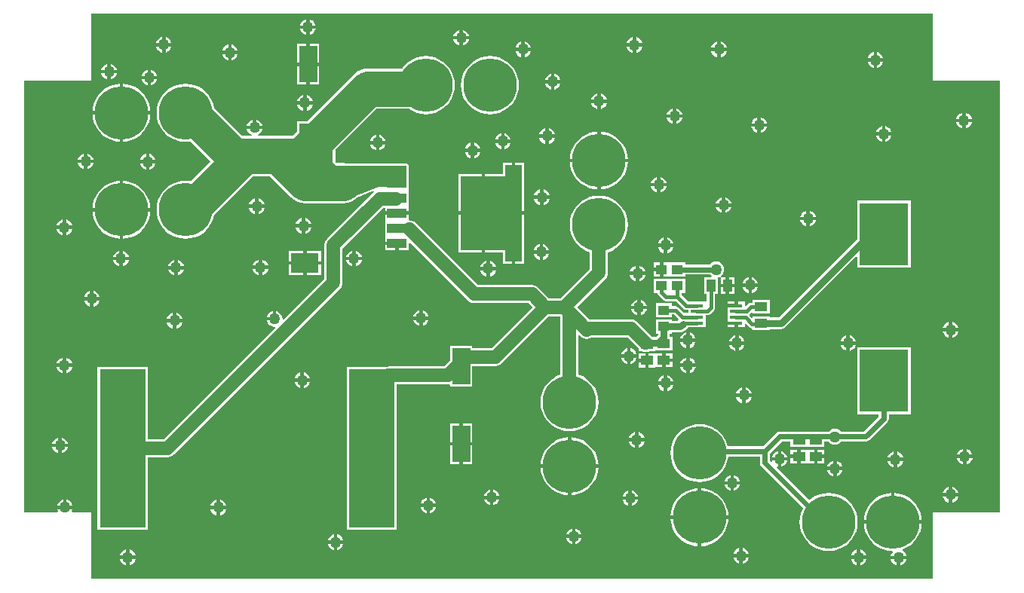
<source format=gbr>
%TF.GenerationSoftware,Altium Limited,Altium Designer,19.1.8 (144)*%
G04 Layer_Physical_Order=1*
G04 Layer_Color=255*
%FSLAX26Y26*%
%MOIN*%
%TF.FileFunction,Copper,L1,Top,Signal*%
%TF.Part,Single*%
G01*
G75*
%TA.AperFunction,SMDPad,CuDef*%
%ADD10R,0.059055X0.059843*%
%ADD11R,0.122047X0.086614*%
%ADD12R,0.057087X0.017716*%
%ADD13R,0.200000X0.327953*%
%ADD14R,0.075197X0.425197*%
%ADD15R,0.085039X0.042126*%
%ADD16R,0.051181X0.041339*%
%ADD17R,0.200787X0.700787*%
%ADD18R,0.216535X0.275591*%
%ADD19R,0.055118X0.041339*%
%ADD20R,0.078740X0.161417*%
%ADD21R,0.041339X0.055118*%
%TA.AperFunction,Conductor*%
%ADD22C,0.157480*%
%ADD23C,0.059055*%
%ADD24C,0.031496*%
%ADD25C,0.023622*%
%ADD26C,0.015748*%
%ADD27R,0.050197X0.083662*%
%ADD28R,0.000984X0.070866*%
%ADD29R,0.275591X0.095472*%
%TA.AperFunction,ComponentPad*%
%ADD30C,0.236220*%
%TA.AperFunction,ViaPad*%
%ADD31C,0.050000*%
G36*
X4015748Y2204724D02*
X4311024D01*
Y295276D01*
X4015748D01*
Y0D01*
X295276D01*
Y295276D01*
X213221D01*
X210527Y300276D01*
X213233Y306808D01*
X213399Y308071D01*
X144869D01*
X145035Y306808D01*
X147741Y300276D01*
X145047Y295276D01*
X0D01*
Y2204724D01*
X295276D01*
Y2500000D01*
X4015748D01*
Y2204724D01*
D02*
G37*
%LPC*%
G36*
X1260827Y2475210D02*
Y2448819D01*
X1287218D01*
X1287052Y2450082D01*
X1283525Y2458596D01*
X1277915Y2465907D01*
X1270604Y2471517D01*
X1262090Y2475044D01*
X1260827Y2475210D01*
D02*
G37*
G36*
X1245079D02*
X1243816Y2475044D01*
X1235302Y2471517D01*
X1227991Y2465907D01*
X1222380Y2458596D01*
X1218854Y2450082D01*
X1218687Y2448819D01*
X1245079D01*
Y2475210D01*
D02*
G37*
G36*
X1287218Y2433071D02*
X1260827D01*
Y2406680D01*
X1262090Y2406846D01*
X1270604Y2410372D01*
X1277915Y2415983D01*
X1283525Y2423294D01*
X1287052Y2431808D01*
X1287218Y2433071D01*
D02*
G37*
G36*
X1245079D02*
X1218687D01*
X1218854Y2431808D01*
X1222380Y2423294D01*
X1227991Y2415983D01*
X1235302Y2410372D01*
X1243816Y2406846D01*
X1245079Y2406680D01*
Y2433071D01*
D02*
G37*
G36*
X1938976Y2427966D02*
Y2401575D01*
X1965368D01*
X1965201Y2402838D01*
X1961675Y2411352D01*
X1956065Y2418663D01*
X1948753Y2424273D01*
X1940239Y2427800D01*
X1938976Y2427966D01*
D02*
G37*
G36*
X1923228D02*
X1921966Y2427800D01*
X1913451Y2424273D01*
X1906140Y2418663D01*
X1900530Y2411352D01*
X1897003Y2402838D01*
X1896837Y2401575D01*
X1923228D01*
Y2427966D01*
D02*
G37*
G36*
X624016Y2397454D02*
Y2371063D01*
X650407D01*
X650241Y2372326D01*
X646714Y2380840D01*
X641104Y2388151D01*
X633793Y2393761D01*
X625279Y2397288D01*
X624016Y2397454D01*
D02*
G37*
G36*
X608268D02*
X607005Y2397288D01*
X598491Y2393761D01*
X591179Y2388151D01*
X585569Y2380840D01*
X582043Y2372326D01*
X581876Y2371063D01*
X608268D01*
Y2397454D01*
D02*
G37*
G36*
X2704724Y2396470D02*
Y2370079D01*
X2731116D01*
X2730950Y2371341D01*
X2727423Y2379856D01*
X2721813Y2387167D01*
X2714501Y2392777D01*
X2705987Y2396304D01*
X2704724Y2396470D01*
D02*
G37*
G36*
X2688976D02*
X2687714Y2396304D01*
X2679199Y2392777D01*
X2671888Y2387167D01*
X2666278Y2379856D01*
X2662751Y2371341D01*
X2662585Y2370079D01*
X2688976D01*
Y2396470D01*
D02*
G37*
G36*
X1965368Y2385827D02*
X1938976D01*
Y2359435D01*
X1940239Y2359602D01*
X1948753Y2363128D01*
X1956065Y2368738D01*
X1961675Y2376050D01*
X1965201Y2384564D01*
X1965368Y2385827D01*
D02*
G37*
G36*
X1923228D02*
X1896837D01*
X1897003Y2384564D01*
X1900530Y2376050D01*
X1906140Y2368738D01*
X1913451Y2363128D01*
X1921966Y2359602D01*
X1923228Y2359435D01*
Y2385827D01*
D02*
G37*
G36*
X3078740Y2376785D02*
Y2350394D01*
X3105132D01*
X3104965Y2351657D01*
X3101439Y2360171D01*
X3095829Y2367482D01*
X3088517Y2373092D01*
X3080003Y2376619D01*
X3078740Y2376785D01*
D02*
G37*
G36*
X3062992D02*
X3061729Y2376619D01*
X3053215Y2373092D01*
X3045904Y2367482D01*
X3040294Y2360171D01*
X3036767Y2351657D01*
X3036601Y2350394D01*
X3062992D01*
Y2376785D01*
D02*
G37*
G36*
X2212598D02*
Y2350394D01*
X2238990D01*
X2238823Y2351657D01*
X2235297Y2360171D01*
X2229687Y2367482D01*
X2222375Y2373092D01*
X2213861Y2376619D01*
X2212598Y2376785D01*
D02*
G37*
G36*
X2196850D02*
X2195588Y2376619D01*
X2187073Y2373092D01*
X2179762Y2367482D01*
X2174152Y2360171D01*
X2170625Y2351657D01*
X2170459Y2350394D01*
X2196850D01*
Y2376785D01*
D02*
G37*
G36*
X916339Y2363006D02*
Y2336614D01*
X942730D01*
X942564Y2337877D01*
X939037Y2346391D01*
X933427Y2353702D01*
X926116Y2359313D01*
X917601Y2362839D01*
X916339Y2363006D01*
D02*
G37*
G36*
X900591D02*
X899328Y2362839D01*
X890814Y2359313D01*
X883502Y2353702D01*
X877892Y2346391D01*
X874365Y2337877D01*
X874199Y2336614D01*
X900591D01*
Y2363006D01*
D02*
G37*
G36*
X650407Y2355315D02*
X624016D01*
Y2328924D01*
X625279Y2329090D01*
X633793Y2332617D01*
X641104Y2338227D01*
X646714Y2345538D01*
X650241Y2354052D01*
X650407Y2355315D01*
D02*
G37*
G36*
X608268D02*
X581876D01*
X582043Y2354052D01*
X585569Y2345538D01*
X591179Y2338227D01*
X598491Y2332617D01*
X607005Y2329090D01*
X608268Y2328924D01*
Y2355315D01*
D02*
G37*
G36*
X2731116Y2354331D02*
X2704724D01*
Y2327939D01*
X2705987Y2328106D01*
X2714501Y2331632D01*
X2721813Y2337242D01*
X2727423Y2344554D01*
X2730950Y2353068D01*
X2731116Y2354331D01*
D02*
G37*
G36*
X2688976D02*
X2662585D01*
X2662751Y2353068D01*
X2666278Y2344554D01*
X2671888Y2337242D01*
X2679199Y2331632D01*
X2687714Y2328106D01*
X2688976Y2327939D01*
Y2354331D01*
D02*
G37*
G36*
X3105132Y2334646D02*
X3078740D01*
Y2308254D01*
X3080003Y2308421D01*
X3088517Y2311947D01*
X3095829Y2317557D01*
X3101439Y2324869D01*
X3104965Y2333383D01*
X3105132Y2334646D01*
D02*
G37*
G36*
X3062992D02*
X3036601D01*
X3036767Y2333383D01*
X3040294Y2324869D01*
X3045904Y2317557D01*
X3053215Y2311947D01*
X3061729Y2308421D01*
X3062992Y2308254D01*
Y2334646D01*
D02*
G37*
G36*
X2238990D02*
X2212598D01*
Y2308254D01*
X2213861Y2308421D01*
X2222375Y2311947D01*
X2229687Y2317557D01*
X2235297Y2324869D01*
X2238823Y2333383D01*
X2238990Y2334646D01*
D02*
G37*
G36*
X2196850D02*
X2170459D01*
X2170625Y2333383D01*
X2174152Y2324869D01*
X2179762Y2317557D01*
X2187073Y2311947D01*
X2195588Y2308421D01*
X2196850Y2308254D01*
Y2334646D01*
D02*
G37*
G36*
X3769685Y2329541D02*
Y2303150D01*
X3796077D01*
X3795910Y2304412D01*
X3792383Y2312927D01*
X3786773Y2320238D01*
X3779462Y2325848D01*
X3770948Y2329375D01*
X3769685Y2329541D01*
D02*
G37*
G36*
X3753937D02*
X3752674Y2329375D01*
X3744160Y2325848D01*
X3736849Y2320238D01*
X3731239Y2312927D01*
X3727712Y2304412D01*
X3727546Y2303150D01*
X3753937D01*
Y2329541D01*
D02*
G37*
G36*
X942730Y2320866D02*
X916339D01*
Y2294475D01*
X917601Y2294641D01*
X926116Y2298168D01*
X933427Y2303778D01*
X939037Y2311089D01*
X942564Y2319603D01*
X942730Y2320866D01*
D02*
G37*
G36*
X900591D02*
X874199D01*
X874365Y2319603D01*
X877892Y2311089D01*
X883502Y2303778D01*
X890814Y2298168D01*
X899328Y2294641D01*
X900591Y2294475D01*
Y2320866D01*
D02*
G37*
G36*
X1303307Y2367283D02*
X1261811D01*
Y2284449D01*
X1303307D01*
Y2367283D01*
D02*
G37*
G36*
X1246063D02*
X1204567D01*
Y2284449D01*
X1246063D01*
Y2367283D01*
D02*
G37*
G36*
X3796077Y2287402D02*
X3769685D01*
Y2261010D01*
X3770948Y2261177D01*
X3779462Y2264703D01*
X3786773Y2270313D01*
X3792383Y2277625D01*
X3795910Y2286139D01*
X3796077Y2287402D01*
D02*
G37*
G36*
X3753937D02*
X3727546D01*
X3727712Y2286139D01*
X3731239Y2277625D01*
X3736849Y2270313D01*
X3744160Y2264703D01*
X3752674Y2261177D01*
X3753937Y2261010D01*
Y2287402D01*
D02*
G37*
G36*
X1774606Y2312561D02*
X1754504Y2310979D01*
X1734896Y2306272D01*
X1716266Y2298555D01*
X1699072Y2288019D01*
X1683739Y2274923D01*
X1670642Y2259589D01*
X1669766Y2258158D01*
X1519384D01*
X1519383Y2258159D01*
X1501987Y2256445D01*
X1485259Y2251371D01*
X1469843Y2243131D01*
X1456330Y2232041D01*
X1249053Y2024764D01*
X1204567D01*
Y1980278D01*
X1184110Y1959821D01*
X1121064D01*
X1121063Y1959821D01*
X1121062Y1959821D01*
X1032368D01*
X1031374Y1964821D01*
X1035368Y1966475D01*
X1042679Y1972085D01*
X1048289Y1979396D01*
X1051816Y1987910D01*
X1051982Y1989173D01*
X983451D01*
X983617Y1987910D01*
X987144Y1979396D01*
X992754Y1972085D01*
X1000066Y1966475D01*
X1004059Y1964821D01*
X1003065Y1959821D01*
X971683D01*
X971683Y1959821D01*
X971682Y1959821D01*
X962198D01*
X839401Y2082617D01*
X834815Y2101718D01*
X827098Y2120349D01*
X816562Y2137542D01*
X803466Y2152876D01*
X788133Y2165972D01*
X770939Y2176508D01*
X752309Y2184225D01*
X732701Y2188932D01*
X712598Y2190514D01*
X692496Y2188932D01*
X672888Y2184225D01*
X654258Y2176508D01*
X637064Y2165972D01*
X621731Y2152876D01*
X608635Y2137542D01*
X598098Y2120349D01*
X590382Y2101718D01*
X585674Y2082111D01*
X584092Y2062008D01*
X585674Y2041905D01*
X590382Y2022297D01*
X598098Y2003667D01*
X608635Y1986474D01*
X621731Y1971140D01*
X637064Y1958044D01*
X654258Y1947508D01*
X672888Y1939791D01*
X692496Y1935084D01*
X712598Y1933502D01*
X732701Y1935084D01*
X734333Y1935476D01*
X822368Y1847441D01*
X734333Y1759406D01*
X732701Y1759798D01*
X712598Y1761380D01*
X692496Y1759798D01*
X672888Y1755091D01*
X654258Y1747374D01*
X637064Y1736838D01*
X621731Y1723742D01*
X608635Y1708408D01*
X598098Y1691215D01*
X590382Y1672585D01*
X585674Y1652977D01*
X584092Y1632874D01*
X585674Y1612771D01*
X590382Y1593163D01*
X598098Y1574533D01*
X608635Y1557340D01*
X621731Y1542006D01*
X637064Y1528910D01*
X654258Y1518374D01*
X672888Y1510657D01*
X692496Y1505950D01*
X712598Y1504368D01*
X732701Y1505950D01*
X752309Y1510657D01*
X770939Y1518374D01*
X788133Y1528910D01*
X803466Y1542006D01*
X816562Y1557340D01*
X827098Y1574533D01*
X834815Y1593163D01*
X839401Y1612265D01*
X1008618Y1781482D01*
X1084128D01*
X1178661Y1686948D01*
X1178662Y1686948D01*
X1192174Y1675858D01*
X1207590Y1667618D01*
X1224318Y1662544D01*
X1241714Y1660830D01*
X1241715Y1660831D01*
X1341695D01*
X1341696Y1660830D01*
X1341697Y1660831D01*
X1408465D01*
X1425861Y1662544D01*
X1442588Y1667618D01*
X1458005Y1675858D01*
X1471517Y1686948D01*
X1471532Y1686966D01*
X1543080Y1715907D01*
X1545585Y1711526D01*
X1542675Y1709294D01*
X1542675Y1709293D01*
X1337950Y1504569D01*
X1331615Y1496312D01*
X1327632Y1486697D01*
X1326273Y1476378D01*
X1326273Y1476377D01*
Y1327538D01*
X1290706Y1291971D01*
X1290706Y1291970D01*
X1145104Y1146369D01*
X1140369Y1148704D01*
X1140617Y1150591D01*
X1139414Y1159727D01*
X1135887Y1168242D01*
X1130277Y1175553D01*
X1122966Y1181163D01*
X1114452Y1184690D01*
X1113189Y1184856D01*
Y1150591D01*
X1105315D01*
Y1142717D01*
X1071050D01*
X1071216Y1141454D01*
X1074743Y1132940D01*
X1080353Y1125628D01*
X1087664Y1120018D01*
X1096178Y1116492D01*
X1105315Y1115289D01*
X1107201Y1115537D01*
X1109537Y1110801D01*
X617344Y618609D01*
X544449D01*
Y939134D01*
X323661D01*
Y218346D01*
X544449D01*
Y538872D01*
X633858D01*
X633858Y538871D01*
X644177Y540230D01*
X653793Y544213D01*
X662050Y550549D01*
X1347089Y1235588D01*
X1347089Y1235588D01*
X1394333Y1282832D01*
X1394333Y1282832D01*
X1400669Y1291089D01*
X1404652Y1300705D01*
X1406010Y1311024D01*
Y1459864D01*
X1587380Y1641234D01*
X1594134D01*
Y1625984D01*
X1699173D01*
Y1649173D01*
X1699173D01*
Y1653976D01*
X1699173D01*
X1699173Y1654173D01*
Y1715906D01*
X1699173Y1716102D01*
X1699173D01*
Y1720906D01*
X1699173D01*
Y1783032D01*
X1699172D01*
Y1827756D01*
X1698396Y1831658D01*
X1696186Y1834966D01*
X1692878Y1837176D01*
X1688976Y1837952D01*
X1420828D01*
X1408465Y1839169D01*
X1378631D01*
X1374369Y1843431D01*
Y1897871D01*
X1556318Y2079819D01*
X1699516D01*
X1716266Y2069555D01*
X1734896Y2061838D01*
X1754504Y2057131D01*
X1774606Y2055549D01*
X1794709Y2057131D01*
X1814317Y2061838D01*
X1832947Y2069555D01*
X1850140Y2080091D01*
X1865474Y2093187D01*
X1878570Y2108521D01*
X1889106Y2125715D01*
X1896823Y2144345D01*
X1901531Y2163952D01*
X1903113Y2184055D01*
X1901531Y2204158D01*
X1896823Y2223766D01*
X1889106Y2242396D01*
X1878570Y2259589D01*
X1865474Y2274923D01*
X1850140Y2288019D01*
X1832947Y2298555D01*
X1814317Y2306272D01*
X1794709Y2310979D01*
X1774606Y2312561D01*
D02*
G37*
G36*
X381890Y2278360D02*
Y2251968D01*
X408281D01*
X408115Y2253231D01*
X404588Y2261745D01*
X398978Y2269057D01*
X391667Y2274667D01*
X383152Y2278194D01*
X381890Y2278360D01*
D02*
G37*
G36*
X366142D02*
X364879Y2278194D01*
X356365Y2274667D01*
X349053Y2269057D01*
X343443Y2261745D01*
X339917Y2253231D01*
X339750Y2251968D01*
X366142D01*
Y2278360D01*
D02*
G37*
G36*
X560039Y2251785D02*
Y2225394D01*
X586431D01*
X586264Y2226657D01*
X582738Y2235171D01*
X577128Y2242482D01*
X569816Y2248092D01*
X561302Y2251619D01*
X560039Y2251785D01*
D02*
G37*
G36*
X544291D02*
X543029Y2251619D01*
X534514Y2248092D01*
X527203Y2242482D01*
X521593Y2235171D01*
X518066Y2226657D01*
X517900Y2225394D01*
X544291D01*
Y2251785D01*
D02*
G37*
G36*
X408281Y2236220D02*
X381890D01*
Y2209829D01*
X383152Y2209995D01*
X391667Y2213522D01*
X398978Y2219132D01*
X404588Y2226443D01*
X408115Y2234958D01*
X408281Y2236220D01*
D02*
G37*
G36*
X366142D02*
X339750D01*
X339917Y2234958D01*
X343443Y2226443D01*
X349053Y2219132D01*
X356365Y2213522D01*
X364879Y2209995D01*
X366142Y2209829D01*
Y2236220D01*
D02*
G37*
G36*
X2343504Y2234068D02*
Y2207677D01*
X2369895D01*
X2369729Y2208940D01*
X2366202Y2217454D01*
X2360592Y2224765D01*
X2353281Y2230376D01*
X2344767Y2233902D01*
X2343504Y2234068D01*
D02*
G37*
G36*
X2327756D02*
X2326493Y2233902D01*
X2317979Y2230376D01*
X2310668Y2224765D01*
X2305057Y2217454D01*
X2301531Y2208940D01*
X2301365Y2207677D01*
X2327756D01*
Y2234068D01*
D02*
G37*
G36*
X1303307Y2268701D02*
X1261811D01*
Y2185866D01*
X1303307D01*
Y2268701D01*
D02*
G37*
G36*
X1246063D02*
X1204567D01*
Y2185866D01*
X1246063D01*
Y2268701D01*
D02*
G37*
G36*
X586431Y2209646D02*
X560039D01*
Y2183254D01*
X561302Y2183421D01*
X569816Y2186947D01*
X577128Y2192557D01*
X582738Y2199869D01*
X586264Y2208383D01*
X586431Y2209646D01*
D02*
G37*
G36*
X544291D02*
X517900D01*
X518066Y2208383D01*
X521593Y2199869D01*
X527203Y2192557D01*
X534514Y2186947D01*
X543029Y2183421D01*
X544291Y2183254D01*
Y2209646D01*
D02*
G37*
G36*
X2369895Y2191929D02*
X2343504D01*
Y2165538D01*
X2344767Y2165704D01*
X2353281Y2169231D01*
X2360592Y2174841D01*
X2366202Y2182152D01*
X2369729Y2190666D01*
X2369895Y2191929D01*
D02*
G37*
G36*
X2327756D02*
X2301365D01*
X2301531Y2190666D01*
X2305057Y2182152D01*
X2310668Y2174841D01*
X2317979Y2169231D01*
X2326493Y2165704D01*
X2327756Y2165538D01*
Y2191929D01*
D02*
G37*
G36*
X2548228Y2147454D02*
Y2121063D01*
X2574620D01*
X2574454Y2122326D01*
X2570927Y2130840D01*
X2565317Y2138151D01*
X2558005Y2143761D01*
X2549491Y2147288D01*
X2548228Y2147454D01*
D02*
G37*
G36*
X2532480D02*
X2531218Y2147288D01*
X2522703Y2143761D01*
X2515392Y2138151D01*
X2509782Y2130840D01*
X2506255Y2122326D01*
X2506089Y2121063D01*
X2532480D01*
Y2147454D01*
D02*
G37*
G36*
X1248032Y2140565D02*
Y2114173D01*
X1274423D01*
X1274257Y2115436D01*
X1270730Y2123950D01*
X1265120Y2131262D01*
X1257809Y2136872D01*
X1249294Y2140398D01*
X1248032Y2140565D01*
D02*
G37*
G36*
X1232284D02*
X1231021Y2140398D01*
X1222506Y2136872D01*
X1215195Y2131262D01*
X1209585Y2123950D01*
X1206058Y2115436D01*
X1205892Y2114173D01*
X1232284D01*
Y2140565D01*
D02*
G37*
G36*
X2574620Y2105315D02*
X2548228D01*
Y2078924D01*
X2549491Y2079090D01*
X2558005Y2082617D01*
X2565317Y2088227D01*
X2570927Y2095538D01*
X2574454Y2104052D01*
X2574620Y2105315D01*
D02*
G37*
G36*
X2532480D02*
X2506089D01*
X2506255Y2104052D01*
X2509782Y2095538D01*
X2515392Y2088227D01*
X2522703Y2082617D01*
X2531218Y2079090D01*
X2532480Y2078924D01*
Y2105315D01*
D02*
G37*
G36*
X1274423Y2098425D02*
X1248032D01*
Y2072034D01*
X1249294Y2072200D01*
X1257809Y2075727D01*
X1265120Y2081337D01*
X1270730Y2088648D01*
X1274257Y2097162D01*
X1274423Y2098425D01*
D02*
G37*
G36*
X1232284D02*
X1205892D01*
X1206058Y2097162D01*
X1209585Y2088648D01*
X1215195Y2081337D01*
X1222506Y2075727D01*
X1231021Y2072200D01*
X1232284Y2072034D01*
Y2098425D01*
D02*
G37*
G36*
X437008Y2189894D02*
Y2069882D01*
X557020D01*
X556058Y2082111D01*
X551351Y2101718D01*
X543634Y2120349D01*
X533098Y2137542D01*
X520002Y2152876D01*
X504668Y2165972D01*
X487474Y2176508D01*
X468844Y2184225D01*
X449237Y2188932D01*
X437008Y2189894D01*
D02*
G37*
G36*
X421260D02*
X409031Y2188932D01*
X389423Y2184225D01*
X370793Y2176508D01*
X353600Y2165972D01*
X338266Y2152876D01*
X325170Y2137542D01*
X314634Y2120349D01*
X306917Y2101718D01*
X302210Y2082111D01*
X301247Y2069882D01*
X421260D01*
Y2189894D01*
D02*
G37*
G36*
X2058071Y2312561D02*
X2037968Y2310979D01*
X2018360Y2306272D01*
X1999730Y2298555D01*
X1982537Y2288019D01*
X1967203Y2274923D01*
X1954107Y2259589D01*
X1943571Y2242396D01*
X1935854Y2223766D01*
X1931147Y2204158D01*
X1929565Y2184055D01*
X1931147Y2163952D01*
X1935854Y2144345D01*
X1943571Y2125715D01*
X1954107Y2108521D01*
X1967203Y2093187D01*
X1982537Y2080091D01*
X1999730Y2069555D01*
X2018360Y2061838D01*
X2037968Y2057131D01*
X2058071Y2055549D01*
X2078174Y2057131D01*
X2097782Y2061838D01*
X2116412Y2069555D01*
X2133605Y2080091D01*
X2148939Y2093187D01*
X2162035Y2108521D01*
X2172571Y2125715D01*
X2180288Y2144345D01*
X2184995Y2163952D01*
X2186577Y2184055D01*
X2184995Y2204158D01*
X2180288Y2223766D01*
X2172571Y2242396D01*
X2162035Y2259589D01*
X2148939Y2274923D01*
X2133605Y2288019D01*
X2116412Y2298555D01*
X2097782Y2306272D01*
X2078174Y2310979D01*
X2058071Y2312561D01*
D02*
G37*
G36*
X2881890Y2081510D02*
Y2055118D01*
X2908281D01*
X2908115Y2056381D01*
X2904588Y2064895D01*
X2898978Y2072206D01*
X2891667Y2077816D01*
X2883153Y2081343D01*
X2881890Y2081510D01*
D02*
G37*
G36*
X2866142D02*
X2864879Y2081343D01*
X2856365Y2077816D01*
X2849053Y2072206D01*
X2843443Y2064895D01*
X2839917Y2056381D01*
X2839750Y2055118D01*
X2866142D01*
Y2081510D01*
D02*
G37*
G36*
X4161417Y2061825D02*
Y2035433D01*
X4187809D01*
X4187642Y2036696D01*
X4184116Y2045210D01*
X4178506Y2052521D01*
X4171194Y2058131D01*
X4162680Y2061658D01*
X4161417Y2061825D01*
D02*
G37*
G36*
X4145669D02*
X4144407Y2061658D01*
X4135892Y2058131D01*
X4128581Y2052521D01*
X4122971Y2045210D01*
X4119444Y2036696D01*
X4119278Y2035433D01*
X4145669D01*
Y2061825D01*
D02*
G37*
G36*
X3255905Y2042139D02*
Y2015748D01*
X3282297D01*
X3282131Y2017011D01*
X3278604Y2025525D01*
X3272994Y2032836D01*
X3265682Y2038446D01*
X3257168Y2041973D01*
X3255905Y2042139D01*
D02*
G37*
G36*
X3240157D02*
X3238895Y2041973D01*
X3230381Y2038446D01*
X3223069Y2032836D01*
X3217459Y2025525D01*
X3213932Y2017011D01*
X3213766Y2015748D01*
X3240157D01*
Y2042139D01*
D02*
G37*
G36*
X2908281Y2039370D02*
X2881890D01*
Y2012979D01*
X2883153Y2013145D01*
X2891667Y2016672D01*
X2898978Y2022282D01*
X2904588Y2029593D01*
X2908115Y2038107D01*
X2908281Y2039370D01*
D02*
G37*
G36*
X2866142D02*
X2839750D01*
X2839917Y2038107D01*
X2843443Y2029593D01*
X2849053Y2022282D01*
X2856365Y2016672D01*
X2864879Y2013145D01*
X2866142Y2012979D01*
Y2039370D01*
D02*
G37*
G36*
X1025591Y2031313D02*
Y2004921D01*
X1051982D01*
X1051816Y2006184D01*
X1048289Y2014698D01*
X1042679Y2022009D01*
X1035368Y2027620D01*
X1026853Y2031146D01*
X1025591Y2031313D01*
D02*
G37*
G36*
X1009843D02*
X1008580Y2031146D01*
X1000066Y2027620D01*
X992754Y2022009D01*
X987144Y2014698D01*
X983617Y2006184D01*
X983451Y2004921D01*
X1009843D01*
Y2031313D01*
D02*
G37*
G36*
X4187809Y2019685D02*
X4161417D01*
Y1993294D01*
X4162680Y1993460D01*
X4171194Y1996987D01*
X4178506Y2002597D01*
X4184116Y2009908D01*
X4187642Y2018422D01*
X4187809Y2019685D01*
D02*
G37*
G36*
X4145669D02*
X4119278D01*
X4119444Y2018422D01*
X4122971Y2009908D01*
X4128581Y2002597D01*
X4135892Y1996987D01*
X4144407Y1993460D01*
X4145669Y1993294D01*
Y2019685D01*
D02*
G37*
G36*
X3807087Y2002769D02*
Y1976378D01*
X3833478D01*
X3833312Y1977641D01*
X3829785Y1986155D01*
X3824175Y1993466D01*
X3816864Y1999076D01*
X3808349Y2002603D01*
X3807087Y2002769D01*
D02*
G37*
G36*
X3791339D02*
X3790076Y2002603D01*
X3781562Y1999076D01*
X3774250Y1993466D01*
X3768640Y1986155D01*
X3765113Y1977641D01*
X3764947Y1976378D01*
X3791339D01*
Y2002769D01*
D02*
G37*
G36*
X3282297Y2000000D02*
X3255905D01*
Y1973609D01*
X3257168Y1973775D01*
X3265682Y1977302D01*
X3272994Y1982912D01*
X3278604Y1990223D01*
X3282131Y1998737D01*
X3282297Y2000000D01*
D02*
G37*
G36*
X3240157D02*
X3213766D01*
X3213932Y1998737D01*
X3217459Y1990223D01*
X3223069Y1982912D01*
X3230381Y1977302D01*
X3238895Y1973775D01*
X3240157Y1973609D01*
Y2000000D01*
D02*
G37*
G36*
X2318898Y1993911D02*
Y1967520D01*
X2345289D01*
X2345123Y1968783D01*
X2341596Y1977297D01*
X2335986Y1984608D01*
X2328675Y1990218D01*
X2320160Y1993745D01*
X2318898Y1993911D01*
D02*
G37*
G36*
X2303150D02*
X2301887Y1993745D01*
X2293373Y1990218D01*
X2286061Y1984608D01*
X2280451Y1977297D01*
X2276925Y1968783D01*
X2276758Y1967520D01*
X2303150D01*
Y1993911D01*
D02*
G37*
G36*
X2123032Y1970289D02*
Y1943898D01*
X2149423D01*
X2149257Y1945160D01*
X2145730Y1953675D01*
X2140120Y1960986D01*
X2132809Y1966596D01*
X2124294Y1970123D01*
X2123032Y1970289D01*
D02*
G37*
G36*
X2107284D02*
X2106021Y1970123D01*
X2097506Y1966596D01*
X2090195Y1960986D01*
X2084585Y1953675D01*
X2081058Y1945160D01*
X2080892Y1943898D01*
X2107284D01*
Y1970289D01*
D02*
G37*
G36*
X1569882Y1964383D02*
Y1937992D01*
X1596273D01*
X1596107Y1939255D01*
X1592580Y1947769D01*
X1586970Y1955080D01*
X1579659Y1960690D01*
X1571145Y1964217D01*
X1569882Y1964383D01*
D02*
G37*
G36*
X1554134D02*
X1552871Y1964217D01*
X1544357Y1960690D01*
X1537046Y1955080D01*
X1531436Y1947769D01*
X1527909Y1939255D01*
X1527743Y1937992D01*
X1554134D01*
Y1964383D01*
D02*
G37*
G36*
X3833478Y1960630D02*
X3807087D01*
Y1934238D01*
X3808349Y1934405D01*
X3816864Y1937931D01*
X3824175Y1943542D01*
X3829785Y1950853D01*
X3833312Y1959367D01*
X3833478Y1960630D01*
D02*
G37*
G36*
X3791339D02*
X3764947D01*
X3765113Y1959367D01*
X3768640Y1950853D01*
X3774250Y1943542D01*
X3781562Y1937931D01*
X3790076Y1934405D01*
X3791339Y1934238D01*
Y1960630D01*
D02*
G37*
G36*
X421260Y2054134D02*
X301247D01*
X302210Y2041905D01*
X306917Y2022297D01*
X314634Y2003667D01*
X325170Y1986474D01*
X338266Y1971140D01*
X353600Y1958044D01*
X370793Y1947508D01*
X389423Y1939791D01*
X409031Y1935084D01*
X421260Y1934121D01*
Y2054134D01*
D02*
G37*
G36*
X557020D02*
X437008D01*
Y1934121D01*
X449237Y1935084D01*
X468844Y1939791D01*
X487474Y1947508D01*
X504668Y1958044D01*
X520002Y1971140D01*
X533098Y1986474D01*
X543634Y2003667D01*
X551351Y2022297D01*
X556058Y2041905D01*
X557020Y2054134D01*
D02*
G37*
G36*
X2345289Y1951772D02*
X2318898D01*
Y1925380D01*
X2320160Y1925547D01*
X2328675Y1929073D01*
X2335986Y1934683D01*
X2341596Y1941995D01*
X2345123Y1950509D01*
X2345289Y1951772D01*
D02*
G37*
G36*
X2303150D02*
X2276758D01*
X2276925Y1950509D01*
X2280451Y1941995D01*
X2286061Y1934683D01*
X2293373Y1929073D01*
X2301887Y1925547D01*
X2303150Y1925380D01*
Y1951772D01*
D02*
G37*
G36*
X1989173Y1929935D02*
Y1903543D01*
X2015565D01*
X2015398Y1904806D01*
X2011872Y1913320D01*
X2006262Y1920632D01*
X1998950Y1926242D01*
X1990436Y1929768D01*
X1989173Y1929935D01*
D02*
G37*
G36*
X1973425D02*
X1972162Y1929768D01*
X1963648Y1926242D01*
X1956337Y1920632D01*
X1950727Y1913320D01*
X1947200Y1904806D01*
X1947034Y1903543D01*
X1973425D01*
Y1929935D01*
D02*
G37*
G36*
X2149423Y1928150D02*
X2123032D01*
Y1901758D01*
X2124294Y1901925D01*
X2132809Y1905451D01*
X2140120Y1911061D01*
X2145730Y1918373D01*
X2149257Y1926887D01*
X2149423Y1928150D01*
D02*
G37*
G36*
X2107284D02*
X2080892D01*
X2081058Y1926887D01*
X2084585Y1918373D01*
X2090195Y1911061D01*
X2097506Y1905451D01*
X2106021Y1901925D01*
X2107284Y1901758D01*
Y1928150D01*
D02*
G37*
G36*
X1596273Y1922244D02*
X1569882D01*
Y1895853D01*
X1571145Y1896019D01*
X1579659Y1899546D01*
X1586970Y1905156D01*
X1592580Y1912467D01*
X1596107Y1920981D01*
X1596273Y1922244D01*
D02*
G37*
G36*
X1554134D02*
X1527743D01*
X1527909Y1920981D01*
X1531436Y1912467D01*
X1537046Y1905156D01*
X1544357Y1899546D01*
X1552871Y1896019D01*
X1554134Y1895853D01*
Y1922244D01*
D02*
G37*
G36*
X2015565Y1887795D02*
X1989173D01*
Y1861404D01*
X1990436Y1861570D01*
X1998950Y1865097D01*
X2006262Y1870707D01*
X2011872Y1878018D01*
X2015398Y1886533D01*
X2015565Y1887795D01*
D02*
G37*
G36*
X1973425D02*
X1947034D01*
X1947200Y1886533D01*
X1950727Y1878018D01*
X1956337Y1870707D01*
X1963648Y1865097D01*
X1972162Y1861570D01*
X1973425Y1861404D01*
Y1887795D01*
D02*
G37*
G36*
X2547244Y1978280D02*
Y1858267D01*
X2667257D01*
X2666294Y1870496D01*
X2661587Y1890104D01*
X2653870Y1908734D01*
X2643334Y1925928D01*
X2630238Y1941261D01*
X2614904Y1954358D01*
X2597711Y1964894D01*
X2579081Y1972611D01*
X2559473Y1977318D01*
X2547244Y1978280D01*
D02*
G37*
G36*
X2531496D02*
X2519267Y1977318D01*
X2499660Y1972611D01*
X2481030Y1964894D01*
X2463836Y1954358D01*
X2448502Y1941261D01*
X2435406Y1925928D01*
X2424870Y1908734D01*
X2417153Y1890104D01*
X2412446Y1870496D01*
X2411483Y1858267D01*
X2531496D01*
Y1978280D01*
D02*
G37*
G36*
X278543Y1881706D02*
Y1855315D01*
X304935D01*
X304768Y1856578D01*
X301242Y1865092D01*
X295632Y1872403D01*
X288320Y1878013D01*
X279806Y1881540D01*
X278543Y1881706D01*
D02*
G37*
G36*
X262795D02*
X261533Y1881540D01*
X253018Y1878013D01*
X245707Y1872403D01*
X240097Y1865092D01*
X236570Y1856578D01*
X236404Y1855315D01*
X262795D01*
Y1881706D01*
D02*
G37*
G36*
X553150Y1879738D02*
Y1853346D01*
X579541D01*
X579375Y1854609D01*
X575848Y1863123D01*
X570238Y1870435D01*
X562927Y1876045D01*
X554412Y1879572D01*
X553150Y1879738D01*
D02*
G37*
G36*
X537402D02*
X536139Y1879572D01*
X527625Y1876045D01*
X520313Y1870435D01*
X514703Y1863123D01*
X511176Y1854609D01*
X511010Y1853346D01*
X537402D01*
Y1879738D01*
D02*
G37*
G36*
X304935Y1839567D02*
X278543D01*
Y1813176D01*
X279806Y1813342D01*
X288320Y1816869D01*
X295632Y1822479D01*
X301242Y1829790D01*
X304768Y1838304D01*
X304935Y1839567D01*
D02*
G37*
G36*
X262795D02*
X236404D01*
X236570Y1838304D01*
X240097Y1829790D01*
X245707Y1822479D01*
X253018Y1816869D01*
X261533Y1813342D01*
X262795Y1813176D01*
Y1839567D01*
D02*
G37*
G36*
X579541Y1837598D02*
X553150D01*
Y1811207D01*
X554412Y1811373D01*
X562927Y1814900D01*
X570238Y1820510D01*
X575848Y1827821D01*
X579375Y1836336D01*
X579541Y1837598D01*
D02*
G37*
G36*
X537402D02*
X511010D01*
X511176Y1836336D01*
X514703Y1827821D01*
X520313Y1820510D01*
X527625Y1814900D01*
X536139Y1811373D01*
X537402Y1811207D01*
Y1837598D01*
D02*
G37*
G36*
X2812008Y1778360D02*
Y1751968D01*
X2838399D01*
X2838233Y1753231D01*
X2834706Y1761745D01*
X2829096Y1769057D01*
X2821785Y1774667D01*
X2813271Y1778194D01*
X2812008Y1778360D01*
D02*
G37*
G36*
X2796260D02*
X2794997Y1778194D01*
X2786483Y1774667D01*
X2779172Y1769057D01*
X2773561Y1761745D01*
X2770035Y1753231D01*
X2769869Y1751968D01*
X2796260D01*
Y1778360D01*
D02*
G37*
G36*
X2667257Y1842520D02*
X2547244D01*
Y1722507D01*
X2559473Y1723469D01*
X2579081Y1728177D01*
X2597711Y1735894D01*
X2614904Y1746430D01*
X2630238Y1759526D01*
X2643334Y1774860D01*
X2653870Y1792053D01*
X2661587Y1810683D01*
X2666294Y1830291D01*
X2667257Y1842520D01*
D02*
G37*
G36*
X2531496D02*
X2411483D01*
X2412446Y1830291D01*
X2417153Y1810683D01*
X2424870Y1792053D01*
X2435406Y1774860D01*
X2448502Y1759526D01*
X2463836Y1746430D01*
X2481030Y1735894D01*
X2499660Y1728177D01*
X2519267Y1723469D01*
X2531496Y1722507D01*
Y1842520D01*
D02*
G37*
G36*
X2838399Y1736220D02*
X2812008D01*
Y1709829D01*
X2813271Y1709995D01*
X2821785Y1713522D01*
X2829096Y1719132D01*
X2834706Y1726444D01*
X2838233Y1734958D01*
X2838399Y1736220D01*
D02*
G37*
G36*
X2796260D02*
X2769869D01*
X2770035Y1734958D01*
X2773561Y1726444D01*
X2779172Y1719132D01*
X2786483Y1713522D01*
X2794997Y1709995D01*
X2796260Y1709829D01*
Y1736220D01*
D02*
G37*
G36*
X2295276Y1723242D02*
Y1696850D01*
X2321667D01*
X2321501Y1698113D01*
X2317974Y1706627D01*
X2312364Y1713939D01*
X2305053Y1719549D01*
X2296538Y1723075D01*
X2295276Y1723242D01*
D02*
G37*
G36*
X2279528D02*
X2278265Y1723075D01*
X2269751Y1719549D01*
X2262439Y1713939D01*
X2256829Y1706627D01*
X2253302Y1698113D01*
X2253136Y1696850D01*
X2279528D01*
Y1723242D01*
D02*
G37*
G36*
X3098425Y1687809D02*
Y1661417D01*
X3124817D01*
X3124650Y1662680D01*
X3121124Y1671194D01*
X3115514Y1678506D01*
X3108202Y1684116D01*
X3099688Y1687642D01*
X3098425Y1687809D01*
D02*
G37*
G36*
X3082677D02*
X3081414Y1687642D01*
X3072900Y1684116D01*
X3065589Y1678506D01*
X3059979Y1671194D01*
X3056452Y1662680D01*
X3056286Y1661417D01*
X3082677D01*
Y1687809D01*
D02*
G37*
G36*
X1035433Y1682887D02*
Y1656496D01*
X1061824D01*
X1061658Y1657759D01*
X1058131Y1666273D01*
X1052521Y1673584D01*
X1045210Y1679194D01*
X1036696Y1682721D01*
X1035433Y1682887D01*
D02*
G37*
G36*
X1019685D02*
X1018422Y1682721D01*
X1009908Y1679194D01*
X1002597Y1673584D01*
X996987Y1666273D01*
X993460Y1657759D01*
X993294Y1656496D01*
X1019685D01*
Y1682887D01*
D02*
G37*
G36*
X2321667Y1681102D02*
X2295276D01*
Y1654711D01*
X2296538Y1654877D01*
X2305053Y1658404D01*
X2312364Y1664014D01*
X2317974Y1671325D01*
X2321501Y1679840D01*
X2321667Y1681102D01*
D02*
G37*
G36*
X2279528D02*
X2253136D01*
X2253302Y1679840D01*
X2256829Y1671325D01*
X2262439Y1664014D01*
X2269751Y1658404D01*
X2278265Y1654877D01*
X2279528Y1654711D01*
Y1681102D01*
D02*
G37*
G36*
X437008Y1760761D02*
Y1640748D01*
X557020D01*
X556058Y1652977D01*
X551351Y1672585D01*
X543634Y1691215D01*
X533098Y1708408D01*
X520002Y1723742D01*
X504668Y1736838D01*
X487474Y1747374D01*
X468844Y1755091D01*
X449237Y1759798D01*
X437008Y1760761D01*
D02*
G37*
G36*
X421260D02*
X409031Y1759798D01*
X389423Y1755091D01*
X370793Y1747374D01*
X353600Y1736838D01*
X338266Y1723742D01*
X325170Y1708408D01*
X314634Y1691215D01*
X306917Y1672585D01*
X302210Y1652977D01*
X301247Y1640748D01*
X421260D01*
Y1760761D01*
D02*
G37*
G36*
X2210000Y1840709D02*
X2170276D01*
Y1625984D01*
X2210000D01*
Y1840709D01*
D02*
G37*
G36*
X2020669Y1792087D02*
X1918543D01*
Y1625984D01*
X2020669D01*
Y1792087D01*
D02*
G37*
G36*
X3124817Y1645669D02*
X3098425D01*
Y1619278D01*
X3099688Y1619444D01*
X3108202Y1622971D01*
X3115514Y1628581D01*
X3121124Y1635892D01*
X3124650Y1644407D01*
X3124817Y1645669D01*
D02*
G37*
G36*
X3082677D02*
X3056286D01*
X3056452Y1644407D01*
X3059979Y1635892D01*
X3065589Y1628581D01*
X3072900Y1622971D01*
X3081414Y1619444D01*
X3082677Y1619278D01*
Y1645669D01*
D02*
G37*
G36*
X1061824Y1640748D02*
X1035433D01*
Y1614357D01*
X1036696Y1614523D01*
X1045210Y1618050D01*
X1052521Y1623660D01*
X1058131Y1630971D01*
X1061658Y1639485D01*
X1061824Y1640748D01*
D02*
G37*
G36*
X1019685D02*
X993294D01*
X993460Y1639485D01*
X996987Y1630971D01*
X1002597Y1623660D01*
X1009908Y1618050D01*
X1018422Y1614523D01*
X1019685Y1614357D01*
Y1640748D01*
D02*
G37*
G36*
X3472441Y1628754D02*
Y1602362D01*
X3498832D01*
X3498666Y1603625D01*
X3495139Y1612139D01*
X3489529Y1619450D01*
X3482218Y1625061D01*
X3473704Y1628587D01*
X3472441Y1628754D01*
D02*
G37*
G36*
X3456693D02*
X3455430Y1628587D01*
X3446916Y1625061D01*
X3439605Y1619450D01*
X3433994Y1612139D01*
X3430468Y1603625D01*
X3430302Y1602362D01*
X3456693D01*
Y1628754D01*
D02*
G37*
G36*
X1242126Y1596273D02*
Y1569882D01*
X1268517D01*
X1268351Y1571145D01*
X1264824Y1579659D01*
X1259214Y1586970D01*
X1251903Y1592580D01*
X1243389Y1596107D01*
X1242126Y1596273D01*
D02*
G37*
G36*
X1226378D02*
X1225115Y1596107D01*
X1216601Y1592580D01*
X1209290Y1586970D01*
X1203680Y1579659D01*
X1200153Y1571145D01*
X1199987Y1569882D01*
X1226378D01*
Y1596273D01*
D02*
G37*
G36*
X185039Y1589383D02*
Y1562992D01*
X211431D01*
X211264Y1564255D01*
X207738Y1572769D01*
X202128Y1580080D01*
X194816Y1585690D01*
X186302Y1589217D01*
X185039Y1589383D01*
D02*
G37*
G36*
X169291D02*
X168029Y1589217D01*
X159514Y1585690D01*
X152203Y1580080D01*
X146593Y1572769D01*
X143066Y1564255D01*
X142900Y1562992D01*
X169291D01*
Y1589383D01*
D02*
G37*
G36*
X3498832Y1586614D02*
X3472441D01*
Y1560223D01*
X3473704Y1560389D01*
X3482218Y1563916D01*
X3489529Y1569526D01*
X3495139Y1576837D01*
X3498666Y1585351D01*
X3498832Y1586614D01*
D02*
G37*
G36*
X3456693D02*
X3430302D01*
X3430468Y1585351D01*
X3433994Y1576837D01*
X3439605Y1569526D01*
X3446916Y1563916D01*
X3455430Y1560389D01*
X3456693Y1560223D01*
Y1586614D01*
D02*
G37*
G36*
X1268517Y1554134D02*
X1242126D01*
Y1527743D01*
X1243389Y1527909D01*
X1251903Y1531436D01*
X1259214Y1537046D01*
X1264824Y1544357D01*
X1268351Y1552871D01*
X1268517Y1554134D01*
D02*
G37*
G36*
X1226378D02*
X1199987D01*
X1200153Y1552871D01*
X1203680Y1544357D01*
X1209290Y1537046D01*
X1216601Y1531436D01*
X1225115Y1527909D01*
X1226378Y1527743D01*
Y1554134D01*
D02*
G37*
G36*
X211431Y1547244D02*
X185039D01*
Y1520853D01*
X186302Y1521019D01*
X194816Y1524546D01*
X202128Y1530156D01*
X207738Y1537467D01*
X211264Y1545981D01*
X211431Y1547244D01*
D02*
G37*
G36*
X169291D02*
X142900D01*
X143066Y1545981D01*
X146593Y1537467D01*
X152203Y1530156D01*
X159514Y1524546D01*
X168029Y1521019D01*
X169291Y1520853D01*
Y1547244D01*
D02*
G37*
G36*
X557020Y1625000D02*
X437008D01*
Y1504987D01*
X449237Y1505950D01*
X468844Y1510657D01*
X487474Y1518374D01*
X504668Y1528910D01*
X520002Y1542006D01*
X533098Y1557340D01*
X543634Y1574533D01*
X551351Y1593163D01*
X556058Y1612771D01*
X557020Y1625000D01*
D02*
G37*
G36*
X421260D02*
X301247D01*
X302210Y1612771D01*
X306917Y1593163D01*
X314634Y1574533D01*
X325170Y1557340D01*
X338266Y1542006D01*
X353600Y1528910D01*
X370793Y1518374D01*
X389423Y1510657D01*
X409031Y1505950D01*
X421260Y1504987D01*
Y1625000D01*
D02*
G37*
G36*
X2842520Y1510643D02*
Y1484252D01*
X2868911D01*
X2868745Y1485515D01*
X2865218Y1494029D01*
X2859608Y1501340D01*
X2852297Y1506950D01*
X2843782Y1510477D01*
X2842520Y1510643D01*
D02*
G37*
G36*
X2826772D02*
X2825509Y1510477D01*
X2816995Y1506950D01*
X2809683Y1501340D01*
X2804073Y1494029D01*
X2800547Y1485515D01*
X2800380Y1484252D01*
X2826772D01*
Y1510643D01*
D02*
G37*
G36*
X2293307Y1480131D02*
Y1453740D01*
X2319698D01*
X2319532Y1455003D01*
X2316006Y1463517D01*
X2310395Y1470828D01*
X2303084Y1476438D01*
X2294570Y1479965D01*
X2293307Y1480131D01*
D02*
G37*
G36*
X2277559D02*
X2276296Y1479965D01*
X2267782Y1476438D01*
X2260471Y1470828D01*
X2254861Y1463517D01*
X2251334Y1455003D01*
X2251168Y1453740D01*
X2277559D01*
Y1480131D01*
D02*
G37*
G36*
X1638780Y1476378D02*
X1594134D01*
Y1453189D01*
X1638780D01*
Y1476378D01*
D02*
G37*
G36*
X2020669Y1610236D02*
X1918543D01*
Y1444134D01*
X2020669D01*
Y1610236D01*
D02*
G37*
G36*
X2868911Y1468504D02*
X2842520D01*
Y1442113D01*
X2843782Y1442279D01*
X2852297Y1445806D01*
X2859608Y1451416D01*
X2865218Y1458727D01*
X2868745Y1467241D01*
X2868911Y1468504D01*
D02*
G37*
G36*
X2826772D02*
X2800380D01*
X2800547Y1467241D01*
X2804073Y1458727D01*
X2809683Y1451416D01*
X2816995Y1445806D01*
X2825509Y1442279D01*
X2826772Y1442113D01*
Y1468504D01*
D02*
G37*
G36*
X1464567Y1451588D02*
Y1425197D01*
X1490958D01*
X1490792Y1426460D01*
X1487265Y1434974D01*
X1481655Y1442285D01*
X1474344Y1447895D01*
X1465830Y1451422D01*
X1464567Y1451588D01*
D02*
G37*
G36*
X1448819D02*
X1447556Y1451422D01*
X1439042Y1447895D01*
X1431731Y1442285D01*
X1426120Y1434974D01*
X1422594Y1426460D01*
X1422428Y1425197D01*
X1448819D01*
Y1451588D01*
D02*
G37*
G36*
X435039D02*
Y1425197D01*
X461431D01*
X461264Y1426460D01*
X457738Y1434974D01*
X452128Y1442285D01*
X444816Y1447895D01*
X436302Y1451422D01*
X435039Y1451588D01*
D02*
G37*
G36*
X419291D02*
X418029Y1451422D01*
X409514Y1447895D01*
X402203Y1442285D01*
X396593Y1434974D01*
X393066Y1426460D01*
X392900Y1425197D01*
X419291D01*
Y1451588D01*
D02*
G37*
G36*
X2319698Y1437992D02*
X2293307D01*
Y1411601D01*
X2294570Y1411767D01*
X2303084Y1415294D01*
X2310395Y1420904D01*
X2316006Y1428215D01*
X2319532Y1436729D01*
X2319698Y1437992D01*
D02*
G37*
G36*
X2277559D02*
X2251168D01*
X2251334Y1436729D01*
X2254861Y1428215D01*
X2260471Y1420904D01*
X2267782Y1415294D01*
X2276296Y1411767D01*
X2277559Y1411601D01*
Y1437992D01*
D02*
G37*
G36*
X1311181Y1450945D02*
X1248032D01*
Y1405512D01*
X1311181D01*
Y1450945D01*
D02*
G37*
G36*
X1232284D02*
X1169134D01*
Y1405512D01*
X1232284D01*
Y1450945D01*
D02*
G37*
G36*
X2210000Y1610236D02*
X2170276D01*
Y1395512D01*
X2210000D01*
Y1610236D01*
D02*
G37*
G36*
X2154528Y1840709D02*
X2114803D01*
Y1792087D01*
X2036417D01*
Y1618110D01*
Y1444134D01*
X2114803D01*
Y1395512D01*
X2154528D01*
Y1618110D01*
Y1840709D01*
D02*
G37*
G36*
X1051181Y1412218D02*
Y1385827D01*
X1077572D01*
X1077406Y1387090D01*
X1073880Y1395604D01*
X1068269Y1402915D01*
X1060958Y1408525D01*
X1052444Y1412052D01*
X1051181Y1412218D01*
D02*
G37*
G36*
X1035433D02*
X1034170Y1412052D01*
X1025656Y1408525D01*
X1018345Y1402915D01*
X1012735Y1395604D01*
X1009208Y1387090D01*
X1009042Y1385827D01*
X1035433D01*
Y1412218D01*
D02*
G37*
G36*
X678150Y1411234D02*
Y1384842D01*
X704541D01*
X704375Y1386105D01*
X700848Y1394620D01*
X695238Y1401931D01*
X687927Y1407541D01*
X679412Y1411068D01*
X678150Y1411234D01*
D02*
G37*
G36*
X662402D02*
X661139Y1411068D01*
X652625Y1407541D01*
X645313Y1401931D01*
X639703Y1394620D01*
X636177Y1386105D01*
X636010Y1384842D01*
X662402D01*
Y1411234D01*
D02*
G37*
G36*
X1490958Y1409449D02*
X1464567D01*
Y1383057D01*
X1465830Y1383224D01*
X1474344Y1386750D01*
X1481655Y1392361D01*
X1487265Y1399672D01*
X1490792Y1408186D01*
X1490958Y1409449D01*
D02*
G37*
G36*
X1448819D02*
X1422428D01*
X1422594Y1408186D01*
X1426120Y1399672D01*
X1431731Y1392361D01*
X1439042Y1386750D01*
X1447556Y1383224D01*
X1448819Y1383057D01*
Y1409449D01*
D02*
G37*
G36*
X461431D02*
X435039D01*
Y1383057D01*
X436302Y1383224D01*
X444816Y1386750D01*
X452128Y1392361D01*
X457738Y1399672D01*
X461264Y1408186D01*
X461431Y1409449D01*
D02*
G37*
G36*
X419291D02*
X392900D01*
X393066Y1408186D01*
X396593Y1399672D01*
X402203Y1392361D01*
X409514Y1386750D01*
X418029Y1383224D01*
X419291Y1383057D01*
Y1409449D01*
D02*
G37*
G36*
X2058071Y1407297D02*
Y1380906D01*
X2084462D01*
X2084296Y1382168D01*
X2080769Y1390682D01*
X2075159Y1397994D01*
X2067848Y1403604D01*
X2059334Y1407131D01*
X2058071Y1407297D01*
D02*
G37*
G36*
X2042323D02*
X2041060Y1407131D01*
X2032546Y1403604D01*
X2025235Y1397994D01*
X2019624Y1390682D01*
X2016098Y1382168D01*
X2015931Y1380906D01*
X2042323D01*
Y1407297D01*
D02*
G37*
G36*
X3917480Y1673386D02*
X3680945D01*
Y1503223D01*
X3334597Y1156876D01*
X3294331D01*
Y1161575D01*
X3219213D01*
Y1157188D01*
X3214593Y1155274D01*
X3204676Y1165192D01*
X3205166Y1170168D01*
X3205839Y1170617D01*
X3214593Y1179371D01*
X3219213Y1177458D01*
Y1173071D01*
X3294331D01*
Y1234409D01*
X3219213D01*
Y1221964D01*
X3213189D01*
X3213189Y1221964D01*
X3206215Y1220577D01*
X3200302Y1216627D01*
X3200302Y1216626D01*
X3190315Y1206639D01*
X3185315Y1208710D01*
Y1227953D01*
X3154646D01*
Y1209094D01*
X3146772D01*
Y1202364D01*
X3108228D01*
Y1190236D01*
Y1164646D01*
Y1139055D01*
Y1139053D01*
X3142983D01*
X3146772Y1138300D01*
Y1132323D01*
X3154646D01*
Y1113465D01*
X3185315D01*
Y1126474D01*
X3189934Y1128387D01*
X3203885Y1114436D01*
X3209798Y1110486D01*
X3216772Y1109099D01*
X3219213Y1105174D01*
Y1100236D01*
X3294331D01*
Y1104935D01*
X3345354D01*
X3352076Y1105820D01*
X3358340Y1108415D01*
X3363718Y1112542D01*
X3676325Y1425149D01*
X3680945Y1423236D01*
Y1377795D01*
X3917480D01*
Y1673386D01*
D02*
G37*
G36*
X2808898Y1399409D02*
X2781181D01*
Y1376614D01*
X2808898D01*
Y1399409D01*
D02*
G37*
G36*
X2718504Y1385643D02*
Y1359252D01*
X2744895D01*
X2744729Y1360515D01*
X2741202Y1369029D01*
X2735592Y1376340D01*
X2728281Y1381950D01*
X2719767Y1385477D01*
X2718504Y1385643D01*
D02*
G37*
G36*
X2702756D02*
X2701493Y1385477D01*
X2692979Y1381950D01*
X2685668Y1376340D01*
X2680057Y1369029D01*
X2676531Y1360515D01*
X2676365Y1359252D01*
X2702756D01*
Y1385643D01*
D02*
G37*
G36*
X1311181Y1389764D02*
X1248032D01*
Y1344331D01*
X1311181D01*
Y1389764D01*
D02*
G37*
G36*
X1232284D02*
X1169134D01*
Y1344331D01*
X1232284D01*
Y1389764D01*
D02*
G37*
G36*
X1077572Y1370079D02*
X1051181D01*
Y1343687D01*
X1052444Y1343854D01*
X1060958Y1347380D01*
X1068269Y1352991D01*
X1073880Y1360302D01*
X1077406Y1368816D01*
X1077572Y1370079D01*
D02*
G37*
G36*
X1035433D02*
X1009042D01*
X1009208Y1368816D01*
X1012735Y1360302D01*
X1018345Y1352991D01*
X1025656Y1347380D01*
X1034170Y1343854D01*
X1035433Y1343687D01*
Y1370079D01*
D02*
G37*
G36*
X704541Y1369094D02*
X678150D01*
Y1342703D01*
X679412Y1342869D01*
X687927Y1346396D01*
X695238Y1352006D01*
X700848Y1359318D01*
X704375Y1367832D01*
X704541Y1369094D01*
D02*
G37*
G36*
X662402D02*
X636010D01*
X636177Y1367832D01*
X639703Y1359318D01*
X645313Y1352006D01*
X652625Y1346396D01*
X661139Y1342869D01*
X662402Y1342703D01*
Y1369094D01*
D02*
G37*
G36*
X2084462Y1365158D02*
X2058071D01*
Y1338766D01*
X2059334Y1338932D01*
X2067848Y1342459D01*
X2075159Y1348069D01*
X2080769Y1355380D01*
X2084296Y1363895D01*
X2084462Y1365158D01*
D02*
G37*
G36*
X2042323D02*
X2015931D01*
X2016098Y1363895D01*
X2019624Y1355380D01*
X2025235Y1348069D01*
X2032546Y1342459D01*
X2041060Y1338932D01*
X2042323Y1338766D01*
Y1365158D01*
D02*
G37*
G36*
X2808898Y1360866D02*
X2781181D01*
Y1338071D01*
X2808898D01*
Y1360866D01*
D02*
G37*
G36*
X2744895Y1343504D02*
X2718504D01*
Y1317113D01*
X2719767Y1317279D01*
X2728281Y1320806D01*
X2735592Y1326416D01*
X2741202Y1333727D01*
X2744729Y1342241D01*
X2744895Y1343504D01*
D02*
G37*
G36*
X2702756D02*
X2676365D01*
X2676531Y1342241D01*
X2680057Y1333727D01*
X2685668Y1326416D01*
X2692979Y1320806D01*
X2701493Y1317279D01*
X2702756Y1317113D01*
Y1343504D01*
D02*
G37*
G36*
X3216535Y1333478D02*
Y1307087D01*
X3242927D01*
X3242760Y1308349D01*
X3239234Y1316864D01*
X3233624Y1324175D01*
X3226312Y1329785D01*
X3217798Y1333312D01*
X3216535Y1333478D01*
D02*
G37*
G36*
X3200787D02*
X3199525Y1333312D01*
X3191010Y1329785D01*
X3183699Y1324175D01*
X3178089Y1316864D01*
X3174562Y1308349D01*
X3174396Y1307087D01*
X3200787D01*
Y1333478D01*
D02*
G37*
G36*
X3116063Y1334882D02*
Y1305197D01*
X3138858D01*
Y1334882D01*
X3116063D01*
D02*
G37*
G36*
X3242927Y1291339D02*
X3216535D01*
Y1264947D01*
X3217798Y1265113D01*
X3226312Y1268640D01*
X3233624Y1274250D01*
X3239234Y1281562D01*
X3242760Y1290076D01*
X3242927Y1291339D01*
D02*
G37*
G36*
X3200787D02*
X3174396D01*
X3174562Y1290076D01*
X3178089Y1281562D01*
X3183699Y1274250D01*
X3191010Y1268640D01*
X3199525Y1265113D01*
X3200787Y1264947D01*
Y1291339D01*
D02*
G37*
G36*
X3138858Y1289449D02*
X3116063D01*
Y1259764D01*
X3138858D01*
Y1289449D01*
D02*
G37*
G36*
X3100315D02*
X3077520D01*
Y1259764D01*
X3100315D01*
Y1289449D01*
D02*
G37*
G36*
X306102Y1273439D02*
Y1247047D01*
X332494D01*
X332327Y1248310D01*
X328801Y1256824D01*
X323191Y1264136D01*
X315879Y1269746D01*
X307365Y1273272D01*
X306102Y1273439D01*
D02*
G37*
G36*
X290354D02*
X289092Y1273272D01*
X280577Y1269746D01*
X273266Y1264136D01*
X267656Y1256824D01*
X264129Y1248310D01*
X263963Y1247047D01*
X290354D01*
Y1273439D01*
D02*
G37*
G36*
X2539370Y1695435D02*
X2519267Y1693853D01*
X2499660Y1689146D01*
X2481030Y1681429D01*
X2463836Y1670893D01*
X2448502Y1657797D01*
X2435406Y1642463D01*
X2424870Y1625270D01*
X2417153Y1606640D01*
X2412446Y1587032D01*
X2410864Y1566929D01*
X2412446Y1546826D01*
X2417153Y1527218D01*
X2424870Y1508589D01*
X2435406Y1491395D01*
X2448502Y1476061D01*
X2463836Y1462965D01*
X2481030Y1452429D01*
X2499501Y1444778D01*
Y1371435D01*
X2370258Y1242191D01*
X2318286D01*
X2272443Y1288034D01*
X2264186Y1294370D01*
X2254571Y1298353D01*
X2244252Y1299711D01*
X2244251Y1299711D01*
X2005294D01*
X1730947Y1574058D01*
X1722690Y1580393D01*
X1713075Y1584376D01*
X1703584Y1585626D01*
X1702590Y1585946D01*
X1699173Y1590306D01*
Y1610236D01*
X1594134D01*
Y1587244D01*
X1594134Y1587047D01*
Y1582244D01*
X1594134Y1582047D01*
Y1520315D01*
X1594134Y1520118D01*
X1594134D01*
Y1515315D01*
X1594134D01*
Y1492126D01*
X1646653D01*
Y1484252D01*
X1654527D01*
Y1453189D01*
X1699173D01*
Y1486533D01*
X1703793Y1488447D01*
X1960588Y1231651D01*
X1960588Y1231651D01*
X1968845Y1225315D01*
X1978461Y1221332D01*
X1988780Y1219974D01*
X2227738D01*
X2245389Y1202323D01*
X2064903Y1021837D01*
X1980473D01*
Y1030669D01*
X1881732D01*
Y965674D01*
X1855533Y939475D01*
X1607284D01*
X1607283Y939475D01*
X1604693Y939134D01*
X1426024D01*
Y218346D01*
X1646811D01*
Y859738D01*
X1872046D01*
X1872047Y859738D01*
X1876732Y860354D01*
X1881732Y855970D01*
Y849252D01*
X1980473D01*
Y942100D01*
X2081416D01*
X2081417Y942100D01*
X2091736Y943458D01*
X2101352Y947441D01*
X2109609Y953777D01*
X2318286Y1162454D01*
X2369580D01*
Y903648D01*
X2351108Y895996D01*
X2333915Y885460D01*
X2318581Y872364D01*
X2305485Y857030D01*
X2294949Y839837D01*
X2287232Y821207D01*
X2282525Y801599D01*
X2280943Y781496D01*
X2282525Y761393D01*
X2287232Y741785D01*
X2294949Y723155D01*
X2305485Y705962D01*
X2318581Y690628D01*
X2333915Y677532D01*
X2351108Y666996D01*
X2369738Y659279D01*
X2389346Y654572D01*
X2409449Y652990D01*
X2429552Y654572D01*
X2449159Y659279D01*
X2467789Y666996D01*
X2484983Y677532D01*
X2500316Y690628D01*
X2513413Y705962D01*
X2523949Y723155D01*
X2531666Y741785D01*
X2536373Y761393D01*
X2537955Y781496D01*
X2536373Y801599D01*
X2531666Y821207D01*
X2523949Y839837D01*
X2513413Y857030D01*
X2500316Y872364D01*
X2484983Y885460D01*
X2467789Y895996D01*
X2449317Y903648D01*
Y1076861D01*
X2453937Y1078775D01*
X2458580Y1074131D01*
X2466837Y1067795D01*
X2476453Y1063813D01*
X2486772Y1062454D01*
X2497090Y1063813D01*
X2505882Y1067454D01*
X2666675D01*
X2714213Y1019916D01*
Y1008071D01*
X2729483D01*
X2736532Y1005151D01*
X2746851Y1003793D01*
X2757169Y1005151D01*
X2764218Y1008071D01*
X2789331D01*
Y1009488D01*
X2864331D01*
Y1070827D01*
X2852742D01*
Y1085236D01*
X2862362D01*
Y1089935D01*
X2900354D01*
X2907076Y1090820D01*
X2913340Y1093415D01*
X2918718Y1097542D01*
X2930135Y1108959D01*
X2931260Y1110424D01*
X2935000Y1113465D01*
X3012087D01*
Y1139055D01*
Y1166264D01*
X3018937D01*
X3018937Y1166264D01*
X3025911Y1167651D01*
X3031824Y1171602D01*
X3048241Y1188019D01*
X3048241Y1188019D01*
X3052191Y1193931D01*
X3053579Y1200906D01*
X3053579Y1200906D01*
Y1259764D01*
X3066024D01*
Y1334470D01*
X3067326Y1334641D01*
X3069373Y1335489D01*
X3073815Y1336874D01*
X3073815Y1336874D01*
X3073815D01*
X3077519Y1333451D01*
X3077520Y1330814D01*
Y1305197D01*
X3100315D01*
Y1334882D01*
X3081947D01*
X3079771Y1334882D01*
X3078141Y1339685D01*
D01*
Y1339685D01*
X3081824Y1342759D01*
X3083151Y1343778D01*
X3088761Y1351089D01*
X3092288Y1359603D01*
X3093491Y1368740D01*
X3092288Y1377877D01*
X3088761Y1386391D01*
X3083151Y1393702D01*
X3075840Y1399312D01*
X3067326Y1402839D01*
X3058189Y1404042D01*
X3049052Y1402839D01*
X3040538Y1399312D01*
X3033227Y1393702D01*
X3031137Y1390978D01*
X2922362D01*
Y1399409D01*
X2824646D01*
Y1368740D01*
Y1338071D01*
X2922362D01*
Y1346502D01*
X3031137D01*
X3033227Y1343778D01*
X3038304Y1339882D01*
X3036607Y1334882D01*
X3004685D01*
Y1259764D01*
X3017130D01*
Y1213266D01*
X3017087Y1213237D01*
X3012087Y1215910D01*
Y1227953D01*
X2935000D01*
X2935000Y1227953D01*
Y1227953D01*
X2935000Y1227953D01*
X2930561Y1229307D01*
X2904996Y1254872D01*
Y1265236D01*
X2922362D01*
Y1326575D01*
X2781181D01*
Y1265236D01*
X2798963D01*
X2799935Y1260349D01*
X2803885Y1254436D01*
X2823885Y1234437D01*
X2823885Y1234436D01*
X2829798Y1230486D01*
X2836772Y1229099D01*
X2836772Y1229099D01*
X2879223D01*
X2912113Y1196208D01*
X2912113Y1196208D01*
X2918026Y1192257D01*
X2925000Y1190870D01*
X2925001Y1190870D01*
X2935000D01*
Y1176138D01*
X2915738D01*
X2890249Y1201627D01*
X2884336Y1205577D01*
X2877362Y1206964D01*
X2877362Y1206964D01*
X2862362D01*
Y1219409D01*
X2791181D01*
Y1158071D01*
X2862362D01*
Y1170516D01*
X2869814D01*
X2890746Y1149584D01*
X2890490Y1142768D01*
X2889597Y1141876D01*
X2862362D01*
Y1146575D01*
X2791181D01*
Y1112672D01*
X2790959Y1110984D01*
X2791181Y1109296D01*
Y1085236D01*
X2800802D01*
Y1078080D01*
X2793548Y1070827D01*
X2789213D01*
Y1069631D01*
X2776746D01*
X2775042Y1071853D01*
X2711380Y1135514D01*
X2703123Y1141850D01*
X2693508Y1145833D01*
X2683189Y1147191D01*
X2683188Y1147191D01*
X2498286D01*
X2443155Y1202323D01*
X2567561Y1326729D01*
X2567561Y1326730D01*
X2573897Y1334987D01*
X2577880Y1344602D01*
X2579239Y1354921D01*
Y1444778D01*
X2597711Y1452429D01*
X2614904Y1462965D01*
X2630238Y1476061D01*
X2643334Y1491395D01*
X2653870Y1508589D01*
X2661587Y1527218D01*
X2666294Y1546826D01*
X2667876Y1566929D01*
X2666294Y1587032D01*
X2661587Y1606640D01*
X2653870Y1625270D01*
X2643334Y1642463D01*
X2630238Y1657797D01*
X2614904Y1670893D01*
X2597711Y1681429D01*
X2579081Y1689146D01*
X2559473Y1693853D01*
X2539370Y1695435D01*
D02*
G37*
G36*
X3138898Y1227953D02*
X3108228D01*
Y1216968D01*
X3138898D01*
Y1227953D01*
D02*
G37*
G36*
X2724410Y1235053D02*
Y1208661D01*
X2750801D01*
X2750635Y1209924D01*
X2747108Y1218438D01*
X2741498Y1225750D01*
X2734186Y1231360D01*
X2725672Y1234887D01*
X2724410Y1235053D01*
D02*
G37*
G36*
X2708662D02*
X2707399Y1234887D01*
X2698885Y1231360D01*
X2691573Y1225750D01*
X2685963Y1218438D01*
X2682436Y1209924D01*
X2682270Y1208661D01*
X2708662D01*
Y1235053D01*
D02*
G37*
G36*
X332494Y1231299D02*
X306102D01*
Y1204908D01*
X307365Y1205074D01*
X315879Y1208601D01*
X323191Y1214211D01*
X328801Y1221522D01*
X332327Y1230036D01*
X332494Y1231299D01*
D02*
G37*
G36*
X290354D02*
X263963D01*
X264129Y1230036D01*
X267656Y1221522D01*
X273266Y1214211D01*
X280577Y1208601D01*
X289092Y1205074D01*
X290354Y1204908D01*
Y1231299D01*
D02*
G37*
G36*
X2750801Y1192913D02*
X2724410D01*
Y1166522D01*
X2725672Y1166688D01*
X2734186Y1170215D01*
X2741498Y1175825D01*
X2747108Y1183136D01*
X2750635Y1191651D01*
X2750801Y1192913D01*
D02*
G37*
G36*
X2708662D02*
X2682270D01*
X2682436Y1191651D01*
X2685963Y1183136D01*
X2691573Y1175825D01*
X2698885Y1170215D01*
X2707399Y1166688D01*
X2708662Y1166522D01*
Y1192913D01*
D02*
G37*
G36*
X1760827Y1187809D02*
Y1161417D01*
X1787218D01*
X1787052Y1162680D01*
X1783525Y1171194D01*
X1777915Y1178506D01*
X1770604Y1184116D01*
X1762090Y1187642D01*
X1760827Y1187809D01*
D02*
G37*
G36*
X1745079D02*
X1743816Y1187642D01*
X1735302Y1184116D01*
X1727991Y1178506D01*
X1722380Y1171194D01*
X1718854Y1162680D01*
X1718687Y1161417D01*
X1745079D01*
Y1187809D01*
D02*
G37*
G36*
X1097441Y1184856D02*
X1096178Y1184690D01*
X1087664Y1181163D01*
X1080353Y1175553D01*
X1074743Y1168242D01*
X1071216Y1159727D01*
X1071050Y1158465D01*
X1097441D01*
Y1184856D01*
D02*
G37*
G36*
X672244Y1176982D02*
Y1150591D01*
X698635D01*
X698469Y1151853D01*
X694942Y1160368D01*
X689332Y1167679D01*
X682021Y1173289D01*
X673507Y1176816D01*
X672244Y1176982D01*
D02*
G37*
G36*
X656496D02*
X655233Y1176816D01*
X646719Y1173289D01*
X639408Y1167679D01*
X633798Y1160368D01*
X630271Y1151853D01*
X630105Y1150591D01*
X656496D01*
Y1176982D01*
D02*
G37*
G36*
X1787218Y1145669D02*
X1760827D01*
Y1119278D01*
X1762090Y1119444D01*
X1770604Y1122971D01*
X1777915Y1128581D01*
X1783525Y1135892D01*
X1787052Y1144407D01*
X1787218Y1145669D01*
D02*
G37*
G36*
X1745079D02*
X1718687D01*
X1718854Y1144407D01*
X1722380Y1135892D01*
X1727991Y1128581D01*
X1735302Y1122971D01*
X1743816Y1119444D01*
X1745079Y1119278D01*
Y1145669D01*
D02*
G37*
G36*
X3138898Y1124449D02*
X3108228D01*
Y1113465D01*
X3138898D01*
Y1124449D01*
D02*
G37*
G36*
X4102362Y1136628D02*
Y1110236D01*
X4128754D01*
X4128587Y1111499D01*
X4125061Y1120013D01*
X4119450Y1127324D01*
X4112139Y1132935D01*
X4103625Y1136461D01*
X4102362Y1136628D01*
D02*
G37*
G36*
X4086614D02*
X4085351Y1136461D01*
X4076837Y1132935D01*
X4069526Y1127324D01*
X4063916Y1120013D01*
X4060389Y1111499D01*
X4060223Y1110236D01*
X4086614D01*
Y1136628D01*
D02*
G37*
G36*
X698635Y1134842D02*
X672244D01*
Y1108451D01*
X673507Y1108617D01*
X682021Y1112144D01*
X689332Y1117754D01*
X694942Y1125065D01*
X698469Y1133580D01*
X698635Y1134842D01*
D02*
G37*
G36*
X656496D02*
X630105D01*
X630271Y1133580D01*
X633798Y1125065D01*
X639408Y1117754D01*
X646719Y1112144D01*
X655233Y1108617D01*
X656496Y1108451D01*
Y1134842D01*
D02*
G37*
G36*
X4128754Y1094488D02*
X4102362D01*
Y1068097D01*
X4103625Y1068263D01*
X4112139Y1071790D01*
X4119450Y1077400D01*
X4125061Y1084711D01*
X4128587Y1093225D01*
X4128754Y1094488D01*
D02*
G37*
G36*
X4086614D02*
X4060223D01*
X4060389Y1093225D01*
X4063916Y1084711D01*
X4069526Y1077400D01*
X4076837Y1071790D01*
X4085351Y1068263D01*
X4086614Y1068097D01*
Y1094488D01*
D02*
G37*
G36*
X2940945Y1090368D02*
Y1063976D01*
X2967336D01*
X2967170Y1065239D01*
X2963643Y1073753D01*
X2958033Y1081065D01*
X2950722Y1086675D01*
X2942208Y1090201D01*
X2940945Y1090368D01*
D02*
G37*
G36*
X2925197D02*
X2923934Y1090201D01*
X2915420Y1086675D01*
X2908109Y1081065D01*
X2902499Y1073753D01*
X2898972Y1065239D01*
X2898805Y1063976D01*
X2925197D01*
Y1090368D01*
D02*
G37*
G36*
X3649606Y1077572D02*
Y1051181D01*
X3675998D01*
X3675831Y1052444D01*
X3672305Y1060958D01*
X3666695Y1068269D01*
X3659383Y1073880D01*
X3650869Y1077406D01*
X3649606Y1077572D01*
D02*
G37*
G36*
X3633858D02*
X3632595Y1077406D01*
X3624081Y1073880D01*
X3616770Y1068269D01*
X3611160Y1060958D01*
X3607633Y1052444D01*
X3607467Y1051181D01*
X3633858D01*
Y1077572D01*
D02*
G37*
G36*
X3157480D02*
Y1051181D01*
X3183872D01*
X3183705Y1052444D01*
X3180179Y1060958D01*
X3174569Y1068269D01*
X3167257Y1073880D01*
X3158743Y1077406D01*
X3157480Y1077572D01*
D02*
G37*
G36*
X3141732D02*
X3140470Y1077406D01*
X3131955Y1073880D01*
X3124644Y1068269D01*
X3119034Y1060958D01*
X3115507Y1052444D01*
X3115341Y1051181D01*
X3141732D01*
Y1077572D01*
D02*
G37*
G36*
X2967336Y1048228D02*
X2940945D01*
Y1021837D01*
X2942208Y1022003D01*
X2950722Y1025530D01*
X2958033Y1031140D01*
X2963643Y1038451D01*
X2967170Y1046966D01*
X2967336Y1048228D01*
D02*
G37*
G36*
X2925197D02*
X2898805D01*
X2898972Y1046966D01*
X2902499Y1038451D01*
X2908109Y1031140D01*
X2915420Y1025530D01*
X2923934Y1022003D01*
X2925197Y1021837D01*
Y1048228D01*
D02*
G37*
G36*
X3675998Y1035433D02*
X3649606D01*
Y1009042D01*
X3650869Y1009208D01*
X3659383Y1012735D01*
X3666695Y1018345D01*
X3672305Y1025656D01*
X3675831Y1034170D01*
X3675998Y1035433D01*
D02*
G37*
G36*
X3633858D02*
X3607467D01*
X3607633Y1034170D01*
X3611160Y1025656D01*
X3616770Y1018345D01*
X3624081Y1012735D01*
X3632595Y1009208D01*
X3633858Y1009042D01*
Y1035433D01*
D02*
G37*
G36*
X3183872D02*
X3157480D01*
Y1009042D01*
X3158743Y1009208D01*
X3167257Y1012735D01*
X3174569Y1018345D01*
X3180179Y1025656D01*
X3183705Y1034170D01*
X3183872Y1035433D01*
D02*
G37*
G36*
X3141732D02*
X3115341D01*
X3115507Y1034170D01*
X3119034Y1025656D01*
X3124644Y1018345D01*
X3131955Y1012735D01*
X3140470Y1009208D01*
X3141732Y1009042D01*
Y1035433D01*
D02*
G37*
G36*
X2680118Y1019502D02*
Y993110D01*
X2706510D01*
X2706343Y994373D01*
X2702816Y1002887D01*
X2697206Y1010198D01*
X2689895Y1015809D01*
X2681381Y1019335D01*
X2680118Y1019502D01*
D02*
G37*
G36*
X2664370D02*
X2663107Y1019335D01*
X2654593Y1015809D01*
X2647282Y1010198D01*
X2641672Y1002887D01*
X2638145Y994373D01*
X2637979Y993110D01*
X2664370D01*
Y1019502D01*
D02*
G37*
G36*
X2864331Y997992D02*
X2834646D01*
Y975197D01*
X2864331D01*
Y997992D01*
D02*
G37*
G36*
X2743898Y996575D02*
X2714213D01*
Y973779D01*
X2743898D01*
Y996575D01*
D02*
G37*
G36*
X2940945Y979147D02*
Y952756D01*
X2967336D01*
X2967170Y954019D01*
X2963643Y962533D01*
X2958033Y969844D01*
X2950722Y975454D01*
X2942208Y978981D01*
X2940945Y979147D01*
D02*
G37*
G36*
X2925197D02*
X2923934Y978981D01*
X2915420Y975454D01*
X2908109Y969844D01*
X2902499Y962533D01*
X2898972Y954019D01*
X2898805Y952756D01*
X2925197D01*
Y979147D01*
D02*
G37*
G36*
X185039D02*
Y952756D01*
X211431D01*
X211264Y954019D01*
X207738Y962533D01*
X202128Y969844D01*
X194816Y975454D01*
X186302Y978981D01*
X185039Y979147D01*
D02*
G37*
G36*
X169291D02*
X168029Y978981D01*
X159514Y975454D01*
X152203Y969844D01*
X146593Y962533D01*
X143066Y954019D01*
X142900Y952756D01*
X169291D01*
Y979147D01*
D02*
G37*
G36*
X2706510Y977362D02*
X2680118D01*
Y950971D01*
X2681381Y951137D01*
X2689895Y954664D01*
X2697206Y960274D01*
X2702816Y967585D01*
X2706343Y976099D01*
X2706510Y977362D01*
D02*
G37*
G36*
X2664370D02*
X2637979D01*
X2638145Y976099D01*
X2641672Y967585D01*
X2647282Y960274D01*
X2654593Y954664D01*
X2663107Y951137D01*
X2664370Y950971D01*
Y977362D01*
D02*
G37*
G36*
X2864331Y959449D02*
X2834646D01*
Y936654D01*
X2864331D01*
Y959449D01*
D02*
G37*
G36*
X2818898Y997992D02*
X2789213D01*
Y996575D01*
X2759646D01*
Y965905D01*
Y935236D01*
X2789331D01*
Y936654D01*
X2818898D01*
Y967323D01*
Y997992D01*
D02*
G37*
G36*
X2743898Y958032D02*
X2714213D01*
Y935236D01*
X2743898D01*
Y958032D01*
D02*
G37*
G36*
X2967336Y937008D02*
X2940945D01*
Y910616D01*
X2942208Y910783D01*
X2950722Y914309D01*
X2958033Y919920D01*
X2963643Y927231D01*
X2967170Y935745D01*
X2967336Y937008D01*
D02*
G37*
G36*
X2925197D02*
X2898805D01*
X2898972Y935745D01*
X2902499Y927231D01*
X2908109Y919920D01*
X2915420Y914309D01*
X2923934Y910783D01*
X2925197Y910616D01*
Y937008D01*
D02*
G37*
G36*
X211431D02*
X185039D01*
Y910616D01*
X186302Y910783D01*
X194816Y914309D01*
X202128Y919920D01*
X207738Y927231D01*
X211264Y935745D01*
X211431Y937008D01*
D02*
G37*
G36*
X169291D02*
X142900D01*
X143066Y935745D01*
X146593Y927231D01*
X152203Y919920D01*
X159514Y914309D01*
X168029Y910783D01*
X169291Y910616D01*
Y937008D01*
D02*
G37*
G36*
X1236220Y913202D02*
Y886811D01*
X1262612D01*
X1262446Y888074D01*
X1258919Y896588D01*
X1253309Y903899D01*
X1245997Y909509D01*
X1237483Y913036D01*
X1236220Y913202D01*
D02*
G37*
G36*
X1220473D02*
X1219210Y913036D01*
X1210696Y909509D01*
X1203384Y903899D01*
X1197774Y896588D01*
X1194247Y888074D01*
X1194081Y886811D01*
X1220473D01*
Y913202D01*
D02*
G37*
G36*
X2842520Y900407D02*
Y874016D01*
X2868911D01*
X2868745Y875279D01*
X2865218Y883793D01*
X2859608Y891104D01*
X2852297Y896714D01*
X2843782Y900241D01*
X2842520Y900407D01*
D02*
G37*
G36*
X2826772D02*
X2825509Y900241D01*
X2816995Y896714D01*
X2809683Y891104D01*
X2804073Y883793D01*
X2800547Y875279D01*
X2800380Y874016D01*
X2826772D01*
Y900407D01*
D02*
G37*
G36*
X1262612Y871063D02*
X1236220D01*
Y844672D01*
X1237483Y844838D01*
X1245997Y848365D01*
X1253309Y853975D01*
X1258919Y861286D01*
X1262446Y869800D01*
X1262612Y871063D01*
D02*
G37*
G36*
X1220473D02*
X1194081D01*
X1194247Y869800D01*
X1197774Y861286D01*
X1203384Y853975D01*
X1210696Y848365D01*
X1219210Y844838D01*
X1220473Y844672D01*
Y871063D01*
D02*
G37*
G36*
X2868911Y858268D02*
X2842520D01*
Y831876D01*
X2843782Y832043D01*
X2852297Y835569D01*
X2859608Y841179D01*
X2865218Y848491D01*
X2868745Y857005D01*
X2868911Y858268D01*
D02*
G37*
G36*
X2826772D02*
X2800380D01*
X2800547Y857005D01*
X2804073Y848491D01*
X2809683Y841179D01*
X2816995Y835569D01*
X2825509Y832043D01*
X2826772Y831876D01*
Y858268D01*
D02*
G37*
G36*
X3188976Y847258D02*
Y820866D01*
X3215368D01*
X3215202Y822129D01*
X3211675Y830643D01*
X3206065Y837954D01*
X3198753Y843564D01*
X3190239Y847091D01*
X3188976Y847258D01*
D02*
G37*
G36*
X3173228D02*
X3171966Y847091D01*
X3163451Y843564D01*
X3156140Y837954D01*
X3150530Y830643D01*
X3147003Y822129D01*
X3146837Y820866D01*
X3173228D01*
Y847258D01*
D02*
G37*
G36*
X3215368Y805118D02*
X3188976D01*
Y778727D01*
X3190239Y778893D01*
X3198753Y782420D01*
X3206065Y788030D01*
X3211675Y795341D01*
X3215202Y803855D01*
X3215368Y805118D01*
D02*
G37*
G36*
X3173228D02*
X3146837D01*
X3147003Y803855D01*
X3150530Y795341D01*
X3156140Y788030D01*
X3163451Y782420D01*
X3171966Y778893D01*
X3173228Y778727D01*
Y805118D01*
D02*
G37*
G36*
X3917480Y1023779D02*
X3680945D01*
Y728189D01*
X3776974D01*
Y717873D01*
X3711261Y652160D01*
X3608974D01*
X3607640Y653899D01*
X3600328Y659509D01*
X3591814Y663036D01*
X3582677Y664239D01*
X3573540Y663036D01*
X3565026Y659509D01*
X3557715Y653899D01*
X3556380Y652160D01*
X3339568D01*
X3339567Y652160D01*
X3331057Y650467D01*
X3323842Y645646D01*
X3323842Y645646D01*
X3264411Y586215D01*
X3108773D01*
X3106469Y595813D01*
X3098752Y614443D01*
X3088216Y631636D01*
X3075120Y646970D01*
X3059786Y660066D01*
X3042593Y670602D01*
X3023963Y678319D01*
X3004355Y683027D01*
X2984252Y684609D01*
X2964149Y683027D01*
X2944541Y678319D01*
X2925911Y670602D01*
X2908718Y660066D01*
X2893384Y646970D01*
X2880288Y631636D01*
X2869752Y614443D01*
X2862035Y595813D01*
X2857328Y576205D01*
X2855746Y556102D01*
X2857328Y536000D01*
X2862035Y516392D01*
X2869752Y497762D01*
X2880288Y480568D01*
X2893384Y465235D01*
X2908718Y452139D01*
X2925911Y441602D01*
X2944541Y433886D01*
X2964149Y429178D01*
X2984252Y427596D01*
X3004355Y429178D01*
X3023963Y433886D01*
X3042593Y441602D01*
X3059786Y452139D01*
X3075120Y465235D01*
X3088216Y480568D01*
X3098752Y497762D01*
X3106469Y516392D01*
X3111176Y536000D01*
X3111628Y541738D01*
X3251384D01*
Y512796D01*
X3251384Y512795D01*
X3253077Y504285D01*
X3257897Y497070D01*
X3442153Y312814D01*
X3440618Y310309D01*
X3432901Y291679D01*
X3428194Y272071D01*
X3426612Y251969D01*
X3428194Y231866D01*
X3432901Y212258D01*
X3440618Y193628D01*
X3451154Y176434D01*
X3464250Y161101D01*
X3479584Y148005D01*
X3496778Y137469D01*
X3515407Y129752D01*
X3535015Y125044D01*
X3555118Y123462D01*
X3575221Y125044D01*
X3594829Y129752D01*
X3613459Y137469D01*
X3630652Y148005D01*
X3645986Y161101D01*
X3659082Y176434D01*
X3669618Y193628D01*
X3677335Y212258D01*
X3682042Y231866D01*
X3683624Y251969D01*
X3682042Y272071D01*
X3677335Y291679D01*
X3669618Y310309D01*
X3659082Y327503D01*
X3645986Y342836D01*
X3630652Y355932D01*
X3613459Y366469D01*
X3594829Y374185D01*
X3575221Y378893D01*
X3555118Y380475D01*
X3535015Y378893D01*
X3515407Y374185D01*
X3496778Y366469D01*
X3479584Y355932D01*
X3470065Y347802D01*
X3325043Y492825D01*
X3327875Y497063D01*
X3329446Y496413D01*
X3330709Y496246D01*
Y522638D01*
X3304317D01*
X3304484Y521375D01*
X3305134Y519804D01*
X3300896Y516972D01*
X3295860Y522007D01*
Y554765D01*
X3348778Y607683D01*
X3386378D01*
Y583661D01*
X3536496D01*
Y607683D01*
X3554869D01*
X3557715Y603975D01*
X3565026Y598365D01*
X3573540Y594838D01*
X3582677Y593635D01*
X3591814Y594838D01*
X3600328Y598365D01*
X3607640Y603975D01*
X3610485Y607683D01*
X3720472D01*
X3720473Y607683D01*
X3728983Y609376D01*
X3736198Y614196D01*
X3814937Y692936D01*
X3814938Y692936D01*
X3819758Y700151D01*
X3821451Y708661D01*
X3821451Y708662D01*
Y728189D01*
X3917480D01*
Y1023779D01*
D02*
G37*
G36*
X2714567Y649423D02*
Y623032D01*
X2740958D01*
X2740792Y624294D01*
X2737265Y632808D01*
X2731655Y640120D01*
X2724344Y645730D01*
X2715830Y649257D01*
X2714567Y649423D01*
D02*
G37*
G36*
X2698819D02*
X2697556Y649257D01*
X2689042Y645730D01*
X2681731Y640120D01*
X2676120Y632808D01*
X2672594Y624294D01*
X2672427Y623032D01*
X2698819D01*
Y649423D01*
D02*
G37*
G36*
X1980473Y688149D02*
X1938976D01*
Y605315D01*
X1980473D01*
Y688149D01*
D02*
G37*
G36*
X1923228D02*
X1881732D01*
Y605315D01*
X1923228D01*
Y688149D01*
D02*
G37*
G36*
X165354Y624817D02*
Y598425D01*
X191746D01*
X191579Y599688D01*
X188053Y608202D01*
X182443Y615514D01*
X175131Y621124D01*
X166617Y624650D01*
X165354Y624817D01*
D02*
G37*
G36*
X149606D02*
X148344Y624650D01*
X139829Y621124D01*
X132518Y615514D01*
X126908Y608202D01*
X123381Y599688D01*
X123215Y598425D01*
X149606D01*
Y624817D01*
D02*
G37*
G36*
X2740958Y607284D02*
X2714567D01*
Y580892D01*
X2715830Y581058D01*
X2724344Y584585D01*
X2731655Y590195D01*
X2737265Y597506D01*
X2740792Y606021D01*
X2740958Y607284D01*
D02*
G37*
G36*
X2698819D02*
X2672427D01*
X2672594Y606021D01*
X2676120Y597506D01*
X2681731Y590195D01*
X2689042Y584585D01*
X2697556Y581058D01*
X2698819Y580892D01*
Y607284D01*
D02*
G37*
G36*
X191746Y582677D02*
X165354D01*
Y556286D01*
X166617Y556452D01*
X175131Y559979D01*
X182443Y565589D01*
X188053Y572900D01*
X191579Y581414D01*
X191746Y582677D01*
D02*
G37*
G36*
X149606D02*
X123215D01*
X123381Y581414D01*
X126908Y572900D01*
X132518Y565589D01*
X139829Y559979D01*
X148344Y556452D01*
X149606Y556286D01*
Y582677D01*
D02*
G37*
G36*
X3536496Y572165D02*
X3506811D01*
Y549370D01*
X3536496D01*
Y572165D01*
D02*
G37*
G36*
X3416063D02*
X3386378D01*
Y549370D01*
X3416063D01*
Y572165D01*
D02*
G37*
G36*
X4164370Y575604D02*
Y549213D01*
X4190761D01*
X4190595Y550475D01*
X4187069Y558990D01*
X4181458Y566301D01*
X4174147Y571911D01*
X4165633Y575438D01*
X4164370Y575604D01*
D02*
G37*
G36*
X4148622D02*
X4147359Y575438D01*
X4138845Y571911D01*
X4131534Y566301D01*
X4125924Y558990D01*
X4122397Y550475D01*
X4122231Y549213D01*
X4148622D01*
Y575604D01*
D02*
G37*
G36*
X3346457Y564777D02*
Y538386D01*
X3372848D01*
X3372682Y539649D01*
X3369155Y548163D01*
X3363545Y555474D01*
X3356234Y561084D01*
X3347720Y564611D01*
X3346457Y564777D01*
D02*
G37*
G36*
X3330709D02*
X3329446Y564611D01*
X3320932Y561084D01*
X3313620Y555474D01*
X3308010Y548163D01*
X3304484Y539649D01*
X3304317Y538386D01*
X3330709D01*
Y564777D01*
D02*
G37*
G36*
X3858268Y562809D02*
Y536417D01*
X3884659D01*
X3884493Y537680D01*
X3880966Y546194D01*
X3875356Y553506D01*
X3868045Y559116D01*
X3859530Y562642D01*
X3858268Y562809D01*
D02*
G37*
G36*
X3842520D02*
X3841257Y562642D01*
X3832743Y559116D01*
X3825431Y553506D01*
X3819821Y546194D01*
X3816295Y537680D01*
X3816128Y536417D01*
X3842520D01*
Y562809D01*
D02*
G37*
G36*
X3536496Y533622D02*
X3506811D01*
Y510827D01*
X3536496D01*
Y533622D01*
D02*
G37*
G36*
X3491063Y572165D02*
X3431811D01*
Y541496D01*
Y510827D01*
X3491063D01*
Y541496D01*
Y572165D01*
D02*
G37*
G36*
X3416063Y533622D02*
X3386378D01*
Y510827D01*
X3416063D01*
Y533622D01*
D02*
G37*
G36*
X4190761Y533465D02*
X4164370D01*
Y507073D01*
X4165633Y507240D01*
X4174147Y510766D01*
X4181458Y516376D01*
X4187069Y523688D01*
X4190595Y532202D01*
X4190761Y533465D01*
D02*
G37*
G36*
X4148622D02*
X4122231D01*
X4122397Y532202D01*
X4125924Y523688D01*
X4131534Y516376D01*
X4138845Y510766D01*
X4147359Y507240D01*
X4148622Y507073D01*
Y533465D01*
D02*
G37*
G36*
X1980473Y589567D02*
X1938976D01*
Y506732D01*
X1980473D01*
Y589567D01*
D02*
G37*
G36*
X1923228D02*
X1881732D01*
Y506732D01*
X1923228D01*
Y589567D01*
D02*
G37*
G36*
X2417323Y625918D02*
Y505906D01*
X2537335D01*
X2536373Y518134D01*
X2531666Y537742D01*
X2523949Y556372D01*
X2513413Y573566D01*
X2500316Y588899D01*
X2484983Y601995D01*
X2467789Y612532D01*
X2449159Y620248D01*
X2429552Y624956D01*
X2417323Y625918D01*
D02*
G37*
G36*
X2401575D02*
X2389346Y624956D01*
X2369738Y620248D01*
X2351108Y612532D01*
X2333915Y601995D01*
X2318581Y588899D01*
X2305485Y573566D01*
X2294949Y556372D01*
X2287232Y537742D01*
X2282525Y518134D01*
X2281562Y505906D01*
X2401575D01*
Y625918D01*
D02*
G37*
G36*
X3372848Y522638D02*
X3346457D01*
Y496246D01*
X3347720Y496413D01*
X3356234Y499939D01*
X3363545Y505550D01*
X3369155Y512861D01*
X3372682Y521375D01*
X3372848Y522638D01*
D02*
G37*
G36*
X3590551Y522454D02*
Y496063D01*
X3616943D01*
X3616776Y497326D01*
X3613250Y505840D01*
X3607640Y513151D01*
X3600328Y518761D01*
X3591814Y522288D01*
X3590551Y522454D01*
D02*
G37*
G36*
X3574803D02*
X3573540Y522288D01*
X3565026Y518761D01*
X3557715Y513151D01*
X3552105Y505840D01*
X3548578Y497326D01*
X3548412Y496063D01*
X3574803D01*
Y522454D01*
D02*
G37*
G36*
X3884659Y520669D02*
X3858268D01*
Y494278D01*
X3859530Y494444D01*
X3868045Y497971D01*
X3875356Y503581D01*
X3880966Y510892D01*
X3884493Y519407D01*
X3884659Y520669D01*
D02*
G37*
G36*
X3842520D02*
X3816128D01*
X3816295Y519407D01*
X3819821Y510892D01*
X3825431Y503581D01*
X3832743Y497971D01*
X3841257Y494444D01*
X3842520Y494278D01*
Y520669D01*
D02*
G37*
G36*
X3616943Y480315D02*
X3590551D01*
Y453924D01*
X3591814Y454090D01*
X3600328Y457617D01*
X3607640Y463227D01*
X3613250Y470538D01*
X3616776Y479052D01*
X3616943Y480315D01*
D02*
G37*
G36*
X3574803D02*
X3548412D01*
X3548578Y479052D01*
X3552105Y470538D01*
X3557715Y463227D01*
X3565026Y457617D01*
X3573540Y454090D01*
X3574803Y453924D01*
Y480315D01*
D02*
G37*
G36*
X3136811Y458478D02*
Y432087D01*
X3163202D01*
X3163036Y433349D01*
X3159509Y441864D01*
X3153899Y449175D01*
X3146588Y454785D01*
X3138074Y458312D01*
X3136811Y458478D01*
D02*
G37*
G36*
X3121063D02*
X3119800Y458312D01*
X3111286Y454785D01*
X3103975Y449175D01*
X3098365Y441864D01*
X3094838Y433349D01*
X3094672Y432087D01*
X3121063D01*
Y458478D01*
D02*
G37*
G36*
X3163202Y416339D02*
X3136811D01*
Y389947D01*
X3138074Y390113D01*
X3146588Y393640D01*
X3153899Y399250D01*
X3159509Y406562D01*
X3163036Y415076D01*
X3163202Y416339D01*
D02*
G37*
G36*
X3121063D02*
X3094672D01*
X3094838Y415076D01*
X3098365Y406562D01*
X3103975Y399250D01*
X3111286Y393640D01*
X3119800Y390113D01*
X3121063Y389947D01*
Y416339D01*
D02*
G37*
G36*
X4102362Y407297D02*
Y380906D01*
X4128754D01*
X4128587Y382168D01*
X4125061Y390683D01*
X4119450Y397994D01*
X4112139Y403604D01*
X4103625Y407131D01*
X4102362Y407297D01*
D02*
G37*
G36*
X4086614D02*
X4085351Y407131D01*
X4076837Y403604D01*
X4069526Y397994D01*
X4063916Y390683D01*
X4060389Y382168D01*
X4060223Y380906D01*
X4086614D01*
Y407297D01*
D02*
G37*
G36*
X2537335Y490158D02*
X2417323D01*
Y370145D01*
X2429552Y371107D01*
X2449159Y375815D01*
X2467789Y383531D01*
X2484983Y394068D01*
X2500316Y407164D01*
X2513413Y422497D01*
X2523949Y439691D01*
X2531666Y458321D01*
X2536373Y477929D01*
X2537335Y490158D01*
D02*
G37*
G36*
X2401575D02*
X2281562D01*
X2282525Y477929D01*
X2287232Y458321D01*
X2294949Y439691D01*
X2305485Y422497D01*
X2318581Y407164D01*
X2333915Y394068D01*
X2351108Y383531D01*
X2369738Y375815D01*
X2389346Y371107D01*
X2401575Y370145D01*
Y490158D01*
D02*
G37*
G36*
X2073819Y394502D02*
Y368110D01*
X2100210D01*
X2100044Y369373D01*
X2096517Y377887D01*
X2090907Y385199D01*
X2083596Y390809D01*
X2075082Y394335D01*
X2073819Y394502D01*
D02*
G37*
G36*
X2058071D02*
X2056808Y394335D01*
X2048294Y390809D01*
X2040983Y385199D01*
X2035372Y377887D01*
X2031846Y369373D01*
X2031679Y368110D01*
X2058071D01*
Y394502D01*
D02*
G37*
G36*
X2686024Y391549D02*
Y365158D01*
X2712415D01*
X2712249Y366420D01*
X2708722Y374935D01*
X2703112Y382246D01*
X2695801Y387856D01*
X2687286Y391383D01*
X2686024Y391549D01*
D02*
G37*
G36*
X2670276D02*
X2669013Y391383D01*
X2660499Y387856D01*
X2653187Y382246D01*
X2647577Y374935D01*
X2644050Y366420D01*
X2643884Y365158D01*
X2670276D01*
Y391549D01*
D02*
G37*
G36*
X4128754Y365158D02*
X4102362D01*
Y338766D01*
X4103625Y338932D01*
X4112139Y342459D01*
X4119450Y348069D01*
X4125061Y355380D01*
X4128587Y363895D01*
X4128754Y365158D01*
D02*
G37*
G36*
X4086614D02*
X4060223D01*
X4060389Y363895D01*
X4063916Y355380D01*
X4069526Y348069D01*
X4076837Y342459D01*
X4085351Y338932D01*
X4086614Y338766D01*
Y365158D01*
D02*
G37*
G36*
X1793307Y359068D02*
Y332677D01*
X1819698D01*
X1819532Y333940D01*
X1816005Y342454D01*
X1810395Y349765D01*
X1803084Y355375D01*
X1794570Y358902D01*
X1793307Y359068D01*
D02*
G37*
G36*
X1777559D02*
X1776296Y358902D01*
X1767782Y355375D01*
X1760471Y349765D01*
X1754861Y342454D01*
X1751334Y333940D01*
X1751168Y332677D01*
X1777559D01*
Y359068D01*
D02*
G37*
G36*
X2100210Y352362D02*
X2073819D01*
Y325971D01*
X2075082Y326137D01*
X2083596Y329664D01*
X2090907Y335274D01*
X2096517Y342585D01*
X2100044Y351099D01*
X2100210Y352362D01*
D02*
G37*
G36*
X2058071D02*
X2031679D01*
X2031846Y351099D01*
X2035372Y342585D01*
X2040983Y335274D01*
X2048294Y329664D01*
X2056808Y326137D01*
X2058071Y325971D01*
Y352362D01*
D02*
G37*
G36*
X865158Y350210D02*
Y323819D01*
X891549D01*
X891383Y325082D01*
X887856Y333596D01*
X882246Y340907D01*
X874934Y346517D01*
X866420Y350044D01*
X865158Y350210D01*
D02*
G37*
G36*
X849409D02*
X848147Y350044D01*
X839633Y346517D01*
X832321Y340907D01*
X826711Y333596D01*
X823184Y325082D01*
X823018Y323819D01*
X849409D01*
Y350210D01*
D02*
G37*
G36*
X187008D02*
Y323819D01*
X213399D01*
X213233Y325082D01*
X209706Y333596D01*
X204096Y340907D01*
X196785Y346517D01*
X188271Y350044D01*
X187008Y350210D01*
D02*
G37*
G36*
X171260D02*
X169997Y350044D01*
X161483Y346517D01*
X154172Y340907D01*
X148561Y333596D01*
X145035Y325082D01*
X144869Y323819D01*
X171260D01*
Y350210D01*
D02*
G37*
G36*
X2712415Y349409D02*
X2686024D01*
Y323018D01*
X2687286Y323184D01*
X2695801Y326711D01*
X2703112Y332321D01*
X2708722Y339632D01*
X2712249Y348147D01*
X2712415Y349409D01*
D02*
G37*
G36*
X2670276D02*
X2643884D01*
X2644050Y348147D01*
X2647577Y339632D01*
X2653187Y332321D01*
X2660499Y326711D01*
X2669013Y323184D01*
X2670276Y323018D01*
Y349409D01*
D02*
G37*
G36*
X1819698Y316929D02*
X1793307D01*
Y290538D01*
X1794570Y290704D01*
X1803084Y294231D01*
X1810395Y299841D01*
X1816005Y307152D01*
X1819532Y315666D01*
X1819698Y316929D01*
D02*
G37*
G36*
X1777559D02*
X1751168D01*
X1751334Y315666D01*
X1754861Y307152D01*
X1760471Y299841D01*
X1767782Y294231D01*
X1776296Y290704D01*
X1777559Y290538D01*
Y316929D01*
D02*
G37*
G36*
X891549Y308071D02*
X865158D01*
Y281680D01*
X866420Y281846D01*
X874934Y285373D01*
X882246Y290983D01*
X887856Y298294D01*
X891383Y306808D01*
X891549Y308071D01*
D02*
G37*
G36*
X849409D02*
X823018D01*
X823184Y306808D01*
X826711Y298294D01*
X832321Y290983D01*
X839633Y285373D01*
X848147Y281846D01*
X849409Y281680D01*
Y308071D01*
D02*
G37*
G36*
X2992126Y400524D02*
Y280512D01*
X3112139D01*
X3111176Y292741D01*
X3106469Y312348D01*
X3098752Y330978D01*
X3088216Y348172D01*
X3075120Y363505D01*
X3059786Y376602D01*
X3042593Y387138D01*
X3023963Y394855D01*
X3004355Y399562D01*
X2992126Y400524D01*
D02*
G37*
G36*
X2976378D02*
X2964149Y399562D01*
X2944541Y394855D01*
X2925911Y387138D01*
X2908718Y376602D01*
X2893384Y363505D01*
X2880288Y348172D01*
X2869752Y330978D01*
X2862035Y312348D01*
X2857328Y292741D01*
X2856365Y280512D01*
X2976378D01*
Y400524D01*
D02*
G37*
G36*
X3846457Y379855D02*
Y259842D01*
X3966469D01*
X3965507Y272071D01*
X3960800Y291679D01*
X3953083Y310309D01*
X3942546Y327503D01*
X3929450Y342836D01*
X3914117Y355932D01*
X3896923Y366469D01*
X3878293Y374185D01*
X3858686Y378893D01*
X3846457Y379855D01*
D02*
G37*
G36*
X3830709D02*
X3818480Y378893D01*
X3798872Y374185D01*
X3780242Y366469D01*
X3763049Y355932D01*
X3747715Y342836D01*
X3734619Y327503D01*
X3724083Y310309D01*
X3716366Y291679D01*
X3711659Y272071D01*
X3710696Y259842D01*
X3830709D01*
Y379855D01*
D02*
G37*
G36*
X2437008Y222257D02*
Y195866D01*
X2463399D01*
X2463233Y197129D01*
X2459706Y205643D01*
X2454096Y212954D01*
X2446785Y218565D01*
X2438271Y222091D01*
X2437008Y222257D01*
D02*
G37*
G36*
X2421260D02*
X2419997Y222091D01*
X2411483Y218565D01*
X2404172Y212954D01*
X2398561Y205643D01*
X2395035Y197129D01*
X2394869Y195866D01*
X2421260D01*
Y222257D01*
D02*
G37*
G36*
X1383858Y196667D02*
Y170276D01*
X1410250D01*
X1410083Y171538D01*
X1406557Y180053D01*
X1400947Y187364D01*
X1393635Y192974D01*
X1385121Y196501D01*
X1383858Y196667D01*
D02*
G37*
G36*
X1368110D02*
X1366848Y196501D01*
X1358333Y192974D01*
X1351022Y187364D01*
X1345412Y180053D01*
X1341885Y171538D01*
X1341719Y170276D01*
X1368110D01*
Y196667D01*
D02*
G37*
G36*
X2463399Y180118D02*
X2437008D01*
Y153727D01*
X2438271Y153893D01*
X2446785Y157420D01*
X2454096Y163030D01*
X2459706Y170341D01*
X2463233Y178855D01*
X2463399Y180118D01*
D02*
G37*
G36*
X2421260D02*
X2394869D01*
X2395035Y178855D01*
X2398561Y170341D01*
X2404172Y163030D01*
X2411483Y157420D01*
X2419997Y153893D01*
X2421260Y153727D01*
Y180118D01*
D02*
G37*
G36*
X3112139Y264764D02*
X2992126D01*
Y144751D01*
X3004355Y145714D01*
X3023963Y150421D01*
X3042593Y158138D01*
X3059786Y168674D01*
X3075120Y181770D01*
X3088216Y197104D01*
X3098752Y214297D01*
X3106469Y232927D01*
X3111176Y252535D01*
X3112139Y264764D01*
D02*
G37*
G36*
X2976378D02*
X2856365D01*
X2857328Y252535D01*
X2862035Y232927D01*
X2869752Y214297D01*
X2880288Y197104D01*
X2893384Y181770D01*
X2908718Y168674D01*
X2925911Y158138D01*
X2944541Y150421D01*
X2964149Y145714D01*
X2976378Y144751D01*
Y264764D01*
D02*
G37*
G36*
X1410250Y154528D02*
X1383858D01*
Y128136D01*
X1385121Y128303D01*
X1393635Y131829D01*
X1400947Y137439D01*
X1406557Y144751D01*
X1410083Y153265D01*
X1410250Y154528D01*
D02*
G37*
G36*
X1368110D02*
X1341719D01*
X1341885Y153265D01*
X1345412Y144751D01*
X1351022Y137439D01*
X1358333Y131829D01*
X1366848Y128303D01*
X1368110Y128136D01*
Y154528D01*
D02*
G37*
G36*
X3176181Y136628D02*
Y110236D01*
X3202573D01*
X3202406Y111499D01*
X3198880Y120013D01*
X3193269Y127325D01*
X3185958Y132935D01*
X3177444Y136461D01*
X3176181Y136628D01*
D02*
G37*
G36*
X3160433D02*
X3159170Y136461D01*
X3150656Y132935D01*
X3143345Y127325D01*
X3137735Y120013D01*
X3134208Y111499D01*
X3134042Y110236D01*
X3160433D01*
Y136628D01*
D02*
G37*
G36*
X3695866Y129738D02*
Y103346D01*
X3722258D01*
X3722091Y104609D01*
X3718565Y113123D01*
X3712954Y120435D01*
X3705643Y126045D01*
X3697129Y129571D01*
X3695866Y129738D01*
D02*
G37*
G36*
X3680118D02*
X3678855Y129571D01*
X3670341Y126045D01*
X3663030Y120435D01*
X3657420Y113123D01*
X3653893Y104609D01*
X3653727Y103346D01*
X3680118D01*
Y129738D01*
D02*
G37*
G36*
X464567D02*
Y103346D01*
X490958D01*
X490792Y104609D01*
X487265Y113123D01*
X481655Y120435D01*
X474344Y126045D01*
X465830Y129571D01*
X464567Y129738D01*
D02*
G37*
G36*
X448819D02*
X447556Y129571D01*
X439042Y126045D01*
X431731Y120435D01*
X426120Y113123D01*
X422594Y104609D01*
X422428Y103346D01*
X448819D01*
Y129738D01*
D02*
G37*
G36*
X3966469Y244094D02*
X3838583D01*
X3710696D01*
X3711659Y231866D01*
X3716366Y212258D01*
X3724083Y193628D01*
X3734619Y176434D01*
X3747715Y161101D01*
X3763049Y148005D01*
X3780242Y137469D01*
X3798872Y129752D01*
X3818480Y125044D01*
X3836445Y123630D01*
X3837614Y121864D01*
X3838555Y118596D01*
X3833601Y112139D01*
X3830074Y103625D01*
X3829908Y102362D01*
X3898439D01*
X3898272Y103625D01*
X3894746Y112139D01*
X3889136Y119451D01*
X3881824Y125061D01*
X3880929Y125431D01*
Y130843D01*
X3896923Y137469D01*
X3914117Y148005D01*
X3929450Y161101D01*
X3942546Y176434D01*
X3953083Y193628D01*
X3960800Y212258D01*
X3965507Y231866D01*
X3966469Y244094D01*
D02*
G37*
G36*
X3202573Y94488D02*
X3176181D01*
Y68097D01*
X3177444Y68263D01*
X3185958Y71790D01*
X3193269Y77400D01*
X3198880Y84711D01*
X3202406Y93225D01*
X3202573Y94488D01*
D02*
G37*
G36*
X3160433D02*
X3134042D01*
X3134208Y93225D01*
X3137735Y84711D01*
X3143345Y77400D01*
X3150656Y71790D01*
X3159170Y68263D01*
X3160433Y68097D01*
Y94488D01*
D02*
G37*
G36*
X3722258Y87598D02*
X3695866D01*
Y61207D01*
X3697129Y61373D01*
X3705643Y64900D01*
X3712954Y70510D01*
X3718565Y77821D01*
X3722091Y86336D01*
X3722258Y87598D01*
D02*
G37*
G36*
X3680118D02*
X3653727D01*
X3653893Y86336D01*
X3657420Y77821D01*
X3663030Y70510D01*
X3670341Y64900D01*
X3678855Y61373D01*
X3680118Y61207D01*
Y87598D01*
D02*
G37*
G36*
X490958D02*
X464567D01*
Y61207D01*
X465830Y61373D01*
X474344Y64900D01*
X481655Y70510D01*
X487265Y77821D01*
X490792Y86336D01*
X490958Y87598D01*
D02*
G37*
G36*
X448819D02*
X422428D01*
X422594Y86336D01*
X426120Y77821D01*
X431731Y70510D01*
X439042Y64900D01*
X447556Y61373D01*
X448819Y61207D01*
Y87598D01*
D02*
G37*
G36*
X3898439Y86614D02*
X3872047D01*
Y60223D01*
X3873310Y60389D01*
X3881824Y63916D01*
X3889136Y69526D01*
X3894746Y76837D01*
X3898272Y85351D01*
X3898439Y86614D01*
D02*
G37*
G36*
X3856299D02*
X3829908D01*
X3830074Y85351D01*
X3833601Y76837D01*
X3839211Y69526D01*
X3846522Y63916D01*
X3855037Y60389D01*
X3856299Y60223D01*
Y86614D01*
D02*
G37*
%LPD*%
G36*
X1405512Y1671260D02*
X1476378Y1742126D01*
X1580709D01*
X1405512Y1671260D01*
D02*
G37*
D10*
X1366142Y1397638D02*
D03*
D11*
X1240158D02*
D03*
D12*
X2973543Y1132323D02*
D03*
Y1157913D02*
D03*
Y1183504D02*
D03*
Y1209094D02*
D03*
X3146772D02*
D03*
Y1183504D02*
D03*
Y1157913D02*
D03*
Y1132323D02*
D03*
D13*
X2028543Y1618110D02*
D03*
D14*
X2162401D02*
D03*
D15*
X1646653Y1484252D02*
D03*
Y1551181D02*
D03*
Y1618110D02*
D03*
Y1685039D02*
D03*
Y1751968D02*
D03*
D16*
X2816772Y1368740D02*
D03*
Y1295906D02*
D03*
X2886772Y1368740D02*
D03*
Y1295906D02*
D03*
X2826772Y1115906D02*
D03*
Y1188740D02*
D03*
D17*
X434055Y578740D02*
D03*
X1536417D02*
D03*
D18*
X3799213Y1525591D02*
D03*
Y875984D02*
D03*
D19*
X2751772Y965905D02*
D03*
Y1038740D02*
D03*
X2826772Y967323D02*
D03*
Y1040157D02*
D03*
X3498937Y541496D02*
D03*
Y614331D02*
D03*
X3423937Y541496D02*
D03*
Y614331D02*
D03*
X3256772Y1130906D02*
D03*
Y1203740D02*
D03*
D20*
X1931102Y939961D02*
D03*
Y597441D02*
D03*
X1253937Y1934055D02*
D03*
Y2276575D02*
D03*
D21*
X3108189Y1297323D02*
D03*
X3035354D02*
D03*
D22*
X733905Y2062008D02*
X925262Y1870651D01*
X712598Y2062008D02*
X733905D01*
X925262Y1870651D02*
X971683D01*
X1121063D02*
X1241714Y1750000D01*
X1221045Y1870651D02*
X1519383Y2168989D01*
X1341696Y1750000D02*
X1408465D01*
X1241714D02*
X1341696D01*
X1221045Y1870651D02*
X1341696Y1750000D01*
X1121063Y1870651D02*
X1221045D01*
X971683D02*
X1121063D01*
X733905Y1632874D02*
X971683Y1870651D01*
X712598Y1632874D02*
X733905D01*
X1519383Y2168989D02*
X1759540D01*
X1774606Y2184055D01*
D23*
X1366142Y1311024D02*
Y1476378D01*
X1318898Y1263780D02*
X1366142Y1311024D01*
X1570866Y1681102D02*
X1642716D01*
X1366142Y1476378D02*
X1570866Y1681102D01*
X1702756Y1545866D02*
X1988780Y1259842D01*
X2244252D01*
X633858Y578740D02*
X1318898Y1263780D01*
X434055Y578740D02*
X633858D01*
X1872047Y899606D02*
X1954409Y981968D01*
X1607283Y899606D02*
X1872047D01*
X1954409Y981968D02*
X2081417D01*
X1536417Y828740D02*
X1607283Y899606D01*
X2409449Y781496D02*
Y1179646D01*
X2486772Y1102323D01*
X2386772Y1202323D02*
X2409449Y1179646D01*
X2486772Y1107323D02*
X2683189D01*
X2746851Y1043661D01*
X2539370Y1566929D02*
Y1574803D01*
Y1354921D02*
Y1566929D01*
X2244252Y1259842D02*
X2301772Y1202323D01*
X2386772D02*
X2539370Y1354921D01*
X2081417Y981968D02*
X2301772Y1202323D01*
X2386772D01*
D24*
X2803110Y1043661D02*
X2826772Y1067323D01*
X2486772Y1102323D02*
Y1107323D01*
X3730197Y1515748D02*
X3799213D01*
X2826772Y1067323D02*
Y1115906D01*
X2900354D01*
X2821850D02*
X2826772D01*
X2900354D02*
X2911772Y1127323D01*
X2816929Y1110984D02*
X2821850Y1115906D01*
X2756693Y1043661D02*
X2803110D01*
X3345354Y1130906D02*
X3730197Y1515748D01*
X3256772Y1130906D02*
X3345354D01*
D25*
X3339567Y629921D02*
X3720473D01*
X2992126Y563976D02*
X3273622D01*
X2984252Y556102D02*
X2992126Y563976D01*
X3273622Y512795D02*
X3534449Y251969D01*
X3555118D01*
X3273622Y512795D02*
Y563976D01*
X3339567Y629921D01*
X3720473D02*
X3799213Y708661D01*
X2886772Y1368740D02*
X3058189D01*
X3799213Y708661D02*
Y875984D01*
D26*
X2916772Y1132323D02*
X2973543D01*
X2911772Y1127323D02*
X2916772Y1132323D01*
X2974528Y1184488D02*
X3018937D01*
X2973543Y1183504D02*
X2974528Y1184488D01*
X3018937D02*
X3035354Y1200906D01*
Y1297323D01*
X2908189Y1157913D02*
X2973543D01*
X2877362Y1188740D02*
X2908189Y1157913D01*
X2826772Y1188740D02*
X2877362D01*
X2816772Y1267323D02*
Y1295906D01*
Y1267323D02*
X2836772Y1247323D01*
X2886772D01*
X2925000Y1209094D01*
X2886772Y1247323D02*
Y1295906D01*
X2925000Y1209094D02*
X2973543D01*
X3187913Y1156181D02*
X3216772Y1127323D01*
X3148504Y1156181D02*
X3187913D01*
X3146772Y1157913D02*
X3148504Y1156181D01*
X3216772Y1127323D02*
X3253189D01*
X3256772Y1130906D01*
X3213189Y1203740D02*
X3256772D01*
X3192953Y1183504D02*
X3213189Y1203740D01*
X3146772Y1183504D02*
X3192953D01*
D27*
X1339075Y1866634D02*
D03*
D28*
X1356791Y1873032D02*
D03*
D29*
X1551181Y1780020D02*
D03*
D30*
X2539370Y1850394D02*
D03*
Y1566929D02*
D03*
X429134Y2062008D02*
D03*
X712598D02*
D03*
X2409449Y498031D02*
D03*
Y781496D02*
D03*
X2058071Y2184055D02*
D03*
X1774606D02*
D03*
X429134Y1632874D02*
D03*
X712598D02*
D03*
X2984252Y272638D02*
D03*
Y556102D02*
D03*
X3838583Y251969D02*
D03*
X3555118D02*
D03*
D31*
X374016Y2244095D02*
D03*
X3464567Y1594488D02*
D03*
X1240158Y2106299D02*
D03*
X177165Y1555118D02*
D03*
Y944882D02*
D03*
X157480Y590551D02*
D03*
X2115157Y1936024D02*
D03*
X1931102Y2393701D02*
D03*
X2335630Y2199803D02*
D03*
X1027559Y1648622D02*
D03*
X1234252Y1562008D02*
D03*
X1562008Y1930118D02*
D03*
X1981299Y1895669D02*
D03*
X2050197Y1373032D02*
D03*
X1375984Y162402D02*
D03*
X1228347Y878937D02*
D03*
X857284Y315945D02*
D03*
X456693Y95472D02*
D03*
X298228Y1239173D02*
D03*
X545276Y1845472D02*
D03*
X552165Y2217520D02*
D03*
X270669Y1847441D02*
D03*
X616142Y2363189D02*
D03*
X2287402Y1688976D02*
D03*
X3864173Y94488D02*
D03*
X4094488Y373031D02*
D03*
X179134Y315945D02*
D03*
X1105315Y1150591D02*
D03*
X1752953Y1153543D02*
D03*
X2804134Y1744094D02*
D03*
X3181102Y812992D02*
D03*
X3582677Y488189D02*
D03*
X3338583Y530512D02*
D03*
X3128937Y424213D02*
D03*
X3687992Y95472D02*
D03*
X4156496Y541339D02*
D03*
X3850394Y528543D02*
D03*
X3168307Y102362D02*
D03*
X1785433Y324803D02*
D03*
X2065945Y360236D02*
D03*
X2706693Y615158D02*
D03*
X2678150Y357284D02*
D03*
X2429134Y187992D02*
D03*
X2540354Y2113189D02*
D03*
X2311024Y1959646D02*
D03*
X3582677Y628937D02*
D03*
X427165Y1417323D02*
D03*
X908465Y2328740D02*
D03*
X1252953Y2440945D02*
D03*
X2204724Y2342520D02*
D03*
X1456693Y1417323D02*
D03*
X2285433Y1445866D02*
D03*
X2696850Y2362205D02*
D03*
X3070866Y2342520D02*
D03*
X3761811Y2295276D02*
D03*
X4153543Y2027559D02*
D03*
X2874016Y2047244D02*
D03*
X3248032Y2007874D02*
D03*
X3090551Y1653543D02*
D03*
X3799213Y1968504D02*
D03*
X4094488Y1102362D02*
D03*
X3641732Y1043307D02*
D03*
X2672244Y985236D02*
D03*
X2834646Y866142D02*
D03*
X2933071Y944882D02*
D03*
Y1056102D02*
D03*
X3149606Y1043307D02*
D03*
X3208661Y1299213D02*
D03*
X2834646Y1476378D02*
D03*
X2710630Y1351378D02*
D03*
X2716535Y1200787D02*
D03*
X670276Y1376968D02*
D03*
X1043307Y1377953D02*
D03*
X664370Y1142716D02*
D03*
X1017717Y1997047D02*
D03*
X3058189Y1368740D02*
D03*
%TF.MD5,7e2db1a8fd03125d51a7485009e26f42*%
M02*

</source>
